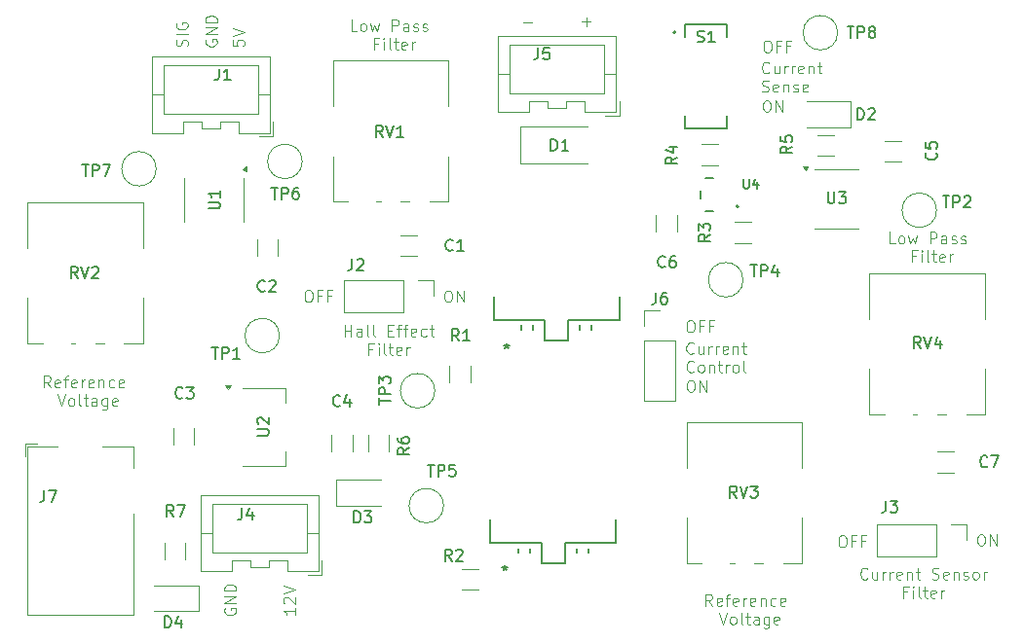
<source format=gbr>
%TF.GenerationSoftware,KiCad,Pcbnew,9.0.4*%
%TF.CreationDate,2025-10-06T02:07:33-06:00*%
%TF.ProjectId,Levitation_Analog_v1,4c657669-7461-4746-996f-6e5f416e616c,rev?*%
%TF.SameCoordinates,Original*%
%TF.FileFunction,Legend,Top*%
%TF.FilePolarity,Positive*%
%FSLAX46Y46*%
G04 Gerber Fmt 4.6, Leading zero omitted, Abs format (unit mm)*
G04 Created by KiCad (PCBNEW 9.0.4) date 2025-10-06 02:07:33*
%MOMM*%
%LPD*%
G01*
G04 APERTURE LIST*
%ADD10C,0.100000*%
%ADD11C,0.150000*%
%ADD12C,0.120000*%
%ADD13C,0.152400*%
%ADD14C,0.127000*%
%ADD15C,0.200000*%
G04 APERTURE END LIST*
D10*
X122272419Y-56359925D02*
X122272419Y-56836115D01*
X122272419Y-56836115D02*
X122748609Y-56883734D01*
X122748609Y-56883734D02*
X122700990Y-56836115D01*
X122700990Y-56836115D02*
X122653371Y-56740877D01*
X122653371Y-56740877D02*
X122653371Y-56502782D01*
X122653371Y-56502782D02*
X122700990Y-56407544D01*
X122700990Y-56407544D02*
X122748609Y-56359925D01*
X122748609Y-56359925D02*
X122843847Y-56312306D01*
X122843847Y-56312306D02*
X123081942Y-56312306D01*
X123081942Y-56312306D02*
X123177180Y-56359925D01*
X123177180Y-56359925D02*
X123224800Y-56407544D01*
X123224800Y-56407544D02*
X123272419Y-56502782D01*
X123272419Y-56502782D02*
X123272419Y-56740877D01*
X123272419Y-56740877D02*
X123224800Y-56836115D01*
X123224800Y-56836115D02*
X123177180Y-56883734D01*
X122272419Y-56026591D02*
X123272419Y-55693258D01*
X123272419Y-55693258D02*
X122272419Y-55359925D01*
X132000475Y-82142475D02*
X132000475Y-81142475D01*
X132000475Y-81618665D02*
X132571903Y-81618665D01*
X132571903Y-82142475D02*
X132571903Y-81142475D01*
X133476665Y-82142475D02*
X133476665Y-81618665D01*
X133476665Y-81618665D02*
X133429046Y-81523427D01*
X133429046Y-81523427D02*
X133333808Y-81475808D01*
X133333808Y-81475808D02*
X133143332Y-81475808D01*
X133143332Y-81475808D02*
X133048094Y-81523427D01*
X133476665Y-82094856D02*
X133381427Y-82142475D01*
X133381427Y-82142475D02*
X133143332Y-82142475D01*
X133143332Y-82142475D02*
X133048094Y-82094856D01*
X133048094Y-82094856D02*
X133000475Y-81999617D01*
X133000475Y-81999617D02*
X133000475Y-81904379D01*
X133000475Y-81904379D02*
X133048094Y-81809141D01*
X133048094Y-81809141D02*
X133143332Y-81761522D01*
X133143332Y-81761522D02*
X133381427Y-81761522D01*
X133381427Y-81761522D02*
X133476665Y-81713903D01*
X134095713Y-82142475D02*
X134000475Y-82094856D01*
X134000475Y-82094856D02*
X133952856Y-81999617D01*
X133952856Y-81999617D02*
X133952856Y-81142475D01*
X134619523Y-82142475D02*
X134524285Y-82094856D01*
X134524285Y-82094856D02*
X134476666Y-81999617D01*
X134476666Y-81999617D02*
X134476666Y-81142475D01*
X135762381Y-81618665D02*
X136095714Y-81618665D01*
X136238571Y-82142475D02*
X135762381Y-82142475D01*
X135762381Y-82142475D02*
X135762381Y-81142475D01*
X135762381Y-81142475D02*
X136238571Y-81142475D01*
X136524286Y-81475808D02*
X136905238Y-81475808D01*
X136667143Y-82142475D02*
X136667143Y-81285332D01*
X136667143Y-81285332D02*
X136714762Y-81190094D01*
X136714762Y-81190094D02*
X136810000Y-81142475D01*
X136810000Y-81142475D02*
X136905238Y-81142475D01*
X137095715Y-81475808D02*
X137476667Y-81475808D01*
X137238572Y-82142475D02*
X137238572Y-81285332D01*
X137238572Y-81285332D02*
X137286191Y-81190094D01*
X137286191Y-81190094D02*
X137381429Y-81142475D01*
X137381429Y-81142475D02*
X137476667Y-81142475D01*
X138190953Y-82094856D02*
X138095715Y-82142475D01*
X138095715Y-82142475D02*
X137905239Y-82142475D01*
X137905239Y-82142475D02*
X137810001Y-82094856D01*
X137810001Y-82094856D02*
X137762382Y-81999617D01*
X137762382Y-81999617D02*
X137762382Y-81618665D01*
X137762382Y-81618665D02*
X137810001Y-81523427D01*
X137810001Y-81523427D02*
X137905239Y-81475808D01*
X137905239Y-81475808D02*
X138095715Y-81475808D01*
X138095715Y-81475808D02*
X138190953Y-81523427D01*
X138190953Y-81523427D02*
X138238572Y-81618665D01*
X138238572Y-81618665D02*
X138238572Y-81713903D01*
X138238572Y-81713903D02*
X137762382Y-81809141D01*
X139095715Y-82094856D02*
X139000477Y-82142475D01*
X139000477Y-82142475D02*
X138810001Y-82142475D01*
X138810001Y-82142475D02*
X138714763Y-82094856D01*
X138714763Y-82094856D02*
X138667144Y-82047236D01*
X138667144Y-82047236D02*
X138619525Y-81951998D01*
X138619525Y-81951998D02*
X138619525Y-81666284D01*
X138619525Y-81666284D02*
X138667144Y-81571046D01*
X138667144Y-81571046D02*
X138714763Y-81523427D01*
X138714763Y-81523427D02*
X138810001Y-81475808D01*
X138810001Y-81475808D02*
X139000477Y-81475808D01*
X139000477Y-81475808D02*
X139095715Y-81523427D01*
X139381430Y-81475808D02*
X139762382Y-81475808D01*
X139524287Y-81142475D02*
X139524287Y-81999617D01*
X139524287Y-81999617D02*
X139571906Y-82094856D01*
X139571906Y-82094856D02*
X139667144Y-82142475D01*
X139667144Y-82142475D02*
X139762382Y-82142475D01*
X134429047Y-83228609D02*
X134095714Y-83228609D01*
X134095714Y-83752419D02*
X134095714Y-82752419D01*
X134095714Y-82752419D02*
X134571904Y-82752419D01*
X134952857Y-83752419D02*
X134952857Y-83085752D01*
X134952857Y-82752419D02*
X134905238Y-82800038D01*
X134905238Y-82800038D02*
X134952857Y-82847657D01*
X134952857Y-82847657D02*
X135000476Y-82800038D01*
X135000476Y-82800038D02*
X134952857Y-82752419D01*
X134952857Y-82752419D02*
X134952857Y-82847657D01*
X135571904Y-83752419D02*
X135476666Y-83704800D01*
X135476666Y-83704800D02*
X135429047Y-83609561D01*
X135429047Y-83609561D02*
X135429047Y-82752419D01*
X135810000Y-83085752D02*
X136190952Y-83085752D01*
X135952857Y-82752419D02*
X135952857Y-83609561D01*
X135952857Y-83609561D02*
X136000476Y-83704800D01*
X136000476Y-83704800D02*
X136095714Y-83752419D01*
X136095714Y-83752419D02*
X136190952Y-83752419D01*
X136905238Y-83704800D02*
X136810000Y-83752419D01*
X136810000Y-83752419D02*
X136619524Y-83752419D01*
X136619524Y-83752419D02*
X136524286Y-83704800D01*
X136524286Y-83704800D02*
X136476667Y-83609561D01*
X136476667Y-83609561D02*
X136476667Y-83228609D01*
X136476667Y-83228609D02*
X136524286Y-83133371D01*
X136524286Y-83133371D02*
X136619524Y-83085752D01*
X136619524Y-83085752D02*
X136810000Y-83085752D01*
X136810000Y-83085752D02*
X136905238Y-83133371D01*
X136905238Y-83133371D02*
X136952857Y-83228609D01*
X136952857Y-83228609D02*
X136952857Y-83323847D01*
X136952857Y-83323847D02*
X136476667Y-83419085D01*
X137381429Y-83752419D02*
X137381429Y-83085752D01*
X137381429Y-83276228D02*
X137429048Y-83180990D01*
X137429048Y-83180990D02*
X137476667Y-83133371D01*
X137476667Y-83133371D02*
X137571905Y-83085752D01*
X137571905Y-83085752D02*
X137667143Y-83085752D01*
X106448094Y-86582475D02*
X106114761Y-86106284D01*
X105876666Y-86582475D02*
X105876666Y-85582475D01*
X105876666Y-85582475D02*
X106257618Y-85582475D01*
X106257618Y-85582475D02*
X106352856Y-85630094D01*
X106352856Y-85630094D02*
X106400475Y-85677713D01*
X106400475Y-85677713D02*
X106448094Y-85772951D01*
X106448094Y-85772951D02*
X106448094Y-85915808D01*
X106448094Y-85915808D02*
X106400475Y-86011046D01*
X106400475Y-86011046D02*
X106352856Y-86058665D01*
X106352856Y-86058665D02*
X106257618Y-86106284D01*
X106257618Y-86106284D02*
X105876666Y-86106284D01*
X107257618Y-86534856D02*
X107162380Y-86582475D01*
X107162380Y-86582475D02*
X106971904Y-86582475D01*
X106971904Y-86582475D02*
X106876666Y-86534856D01*
X106876666Y-86534856D02*
X106829047Y-86439617D01*
X106829047Y-86439617D02*
X106829047Y-86058665D01*
X106829047Y-86058665D02*
X106876666Y-85963427D01*
X106876666Y-85963427D02*
X106971904Y-85915808D01*
X106971904Y-85915808D02*
X107162380Y-85915808D01*
X107162380Y-85915808D02*
X107257618Y-85963427D01*
X107257618Y-85963427D02*
X107305237Y-86058665D01*
X107305237Y-86058665D02*
X107305237Y-86153903D01*
X107305237Y-86153903D02*
X106829047Y-86249141D01*
X107590952Y-85915808D02*
X107971904Y-85915808D01*
X107733809Y-86582475D02*
X107733809Y-85725332D01*
X107733809Y-85725332D02*
X107781428Y-85630094D01*
X107781428Y-85630094D02*
X107876666Y-85582475D01*
X107876666Y-85582475D02*
X107971904Y-85582475D01*
X108686190Y-86534856D02*
X108590952Y-86582475D01*
X108590952Y-86582475D02*
X108400476Y-86582475D01*
X108400476Y-86582475D02*
X108305238Y-86534856D01*
X108305238Y-86534856D02*
X108257619Y-86439617D01*
X108257619Y-86439617D02*
X108257619Y-86058665D01*
X108257619Y-86058665D02*
X108305238Y-85963427D01*
X108305238Y-85963427D02*
X108400476Y-85915808D01*
X108400476Y-85915808D02*
X108590952Y-85915808D01*
X108590952Y-85915808D02*
X108686190Y-85963427D01*
X108686190Y-85963427D02*
X108733809Y-86058665D01*
X108733809Y-86058665D02*
X108733809Y-86153903D01*
X108733809Y-86153903D02*
X108257619Y-86249141D01*
X109162381Y-86582475D02*
X109162381Y-85915808D01*
X109162381Y-86106284D02*
X109210000Y-86011046D01*
X109210000Y-86011046D02*
X109257619Y-85963427D01*
X109257619Y-85963427D02*
X109352857Y-85915808D01*
X109352857Y-85915808D02*
X109448095Y-85915808D01*
X110162381Y-86534856D02*
X110067143Y-86582475D01*
X110067143Y-86582475D02*
X109876667Y-86582475D01*
X109876667Y-86582475D02*
X109781429Y-86534856D01*
X109781429Y-86534856D02*
X109733810Y-86439617D01*
X109733810Y-86439617D02*
X109733810Y-86058665D01*
X109733810Y-86058665D02*
X109781429Y-85963427D01*
X109781429Y-85963427D02*
X109876667Y-85915808D01*
X109876667Y-85915808D02*
X110067143Y-85915808D01*
X110067143Y-85915808D02*
X110162381Y-85963427D01*
X110162381Y-85963427D02*
X110210000Y-86058665D01*
X110210000Y-86058665D02*
X110210000Y-86153903D01*
X110210000Y-86153903D02*
X109733810Y-86249141D01*
X110638572Y-85915808D02*
X110638572Y-86582475D01*
X110638572Y-86011046D02*
X110686191Y-85963427D01*
X110686191Y-85963427D02*
X110781429Y-85915808D01*
X110781429Y-85915808D02*
X110924286Y-85915808D01*
X110924286Y-85915808D02*
X111019524Y-85963427D01*
X111019524Y-85963427D02*
X111067143Y-86058665D01*
X111067143Y-86058665D02*
X111067143Y-86582475D01*
X111971905Y-86534856D02*
X111876667Y-86582475D01*
X111876667Y-86582475D02*
X111686191Y-86582475D01*
X111686191Y-86582475D02*
X111590953Y-86534856D01*
X111590953Y-86534856D02*
X111543334Y-86487236D01*
X111543334Y-86487236D02*
X111495715Y-86391998D01*
X111495715Y-86391998D02*
X111495715Y-86106284D01*
X111495715Y-86106284D02*
X111543334Y-86011046D01*
X111543334Y-86011046D02*
X111590953Y-85963427D01*
X111590953Y-85963427D02*
X111686191Y-85915808D01*
X111686191Y-85915808D02*
X111876667Y-85915808D01*
X111876667Y-85915808D02*
X111971905Y-85963427D01*
X112781429Y-86534856D02*
X112686191Y-86582475D01*
X112686191Y-86582475D02*
X112495715Y-86582475D01*
X112495715Y-86582475D02*
X112400477Y-86534856D01*
X112400477Y-86534856D02*
X112352858Y-86439617D01*
X112352858Y-86439617D02*
X112352858Y-86058665D01*
X112352858Y-86058665D02*
X112400477Y-85963427D01*
X112400477Y-85963427D02*
X112495715Y-85915808D01*
X112495715Y-85915808D02*
X112686191Y-85915808D01*
X112686191Y-85915808D02*
X112781429Y-85963427D01*
X112781429Y-85963427D02*
X112829048Y-86058665D01*
X112829048Y-86058665D02*
X112829048Y-86153903D01*
X112829048Y-86153903D02*
X112352858Y-86249141D01*
X107043333Y-87192419D02*
X107376666Y-88192419D01*
X107376666Y-88192419D02*
X107709999Y-87192419D01*
X108186190Y-88192419D02*
X108090952Y-88144800D01*
X108090952Y-88144800D02*
X108043333Y-88097180D01*
X108043333Y-88097180D02*
X107995714Y-88001942D01*
X107995714Y-88001942D02*
X107995714Y-87716228D01*
X107995714Y-87716228D02*
X108043333Y-87620990D01*
X108043333Y-87620990D02*
X108090952Y-87573371D01*
X108090952Y-87573371D02*
X108186190Y-87525752D01*
X108186190Y-87525752D02*
X108329047Y-87525752D01*
X108329047Y-87525752D02*
X108424285Y-87573371D01*
X108424285Y-87573371D02*
X108471904Y-87620990D01*
X108471904Y-87620990D02*
X108519523Y-87716228D01*
X108519523Y-87716228D02*
X108519523Y-88001942D01*
X108519523Y-88001942D02*
X108471904Y-88097180D01*
X108471904Y-88097180D02*
X108424285Y-88144800D01*
X108424285Y-88144800D02*
X108329047Y-88192419D01*
X108329047Y-88192419D02*
X108186190Y-88192419D01*
X109090952Y-88192419D02*
X108995714Y-88144800D01*
X108995714Y-88144800D02*
X108948095Y-88049561D01*
X108948095Y-88049561D02*
X108948095Y-87192419D01*
X109329048Y-87525752D02*
X109710000Y-87525752D01*
X109471905Y-87192419D02*
X109471905Y-88049561D01*
X109471905Y-88049561D02*
X109519524Y-88144800D01*
X109519524Y-88144800D02*
X109614762Y-88192419D01*
X109614762Y-88192419D02*
X109710000Y-88192419D01*
X110471905Y-88192419D02*
X110471905Y-87668609D01*
X110471905Y-87668609D02*
X110424286Y-87573371D01*
X110424286Y-87573371D02*
X110329048Y-87525752D01*
X110329048Y-87525752D02*
X110138572Y-87525752D01*
X110138572Y-87525752D02*
X110043334Y-87573371D01*
X110471905Y-88144800D02*
X110376667Y-88192419D01*
X110376667Y-88192419D02*
X110138572Y-88192419D01*
X110138572Y-88192419D02*
X110043334Y-88144800D01*
X110043334Y-88144800D02*
X109995715Y-88049561D01*
X109995715Y-88049561D02*
X109995715Y-87954323D01*
X109995715Y-87954323D02*
X110043334Y-87859085D01*
X110043334Y-87859085D02*
X110138572Y-87811466D01*
X110138572Y-87811466D02*
X110376667Y-87811466D01*
X110376667Y-87811466D02*
X110471905Y-87763847D01*
X111376667Y-87525752D02*
X111376667Y-88335276D01*
X111376667Y-88335276D02*
X111329048Y-88430514D01*
X111329048Y-88430514D02*
X111281429Y-88478133D01*
X111281429Y-88478133D02*
X111186191Y-88525752D01*
X111186191Y-88525752D02*
X111043334Y-88525752D01*
X111043334Y-88525752D02*
X110948096Y-88478133D01*
X111376667Y-88144800D02*
X111281429Y-88192419D01*
X111281429Y-88192419D02*
X111090953Y-88192419D01*
X111090953Y-88192419D02*
X110995715Y-88144800D01*
X110995715Y-88144800D02*
X110948096Y-88097180D01*
X110948096Y-88097180D02*
X110900477Y-88001942D01*
X110900477Y-88001942D02*
X110900477Y-87716228D01*
X110900477Y-87716228D02*
X110948096Y-87620990D01*
X110948096Y-87620990D02*
X110995715Y-87573371D01*
X110995715Y-87573371D02*
X111090953Y-87525752D01*
X111090953Y-87525752D02*
X111281429Y-87525752D01*
X111281429Y-87525752D02*
X111376667Y-87573371D01*
X112233810Y-88144800D02*
X112138572Y-88192419D01*
X112138572Y-88192419D02*
X111948096Y-88192419D01*
X111948096Y-88192419D02*
X111852858Y-88144800D01*
X111852858Y-88144800D02*
X111805239Y-88049561D01*
X111805239Y-88049561D02*
X111805239Y-87668609D01*
X111805239Y-87668609D02*
X111852858Y-87573371D01*
X111852858Y-87573371D02*
X111948096Y-87525752D01*
X111948096Y-87525752D02*
X112138572Y-87525752D01*
X112138572Y-87525752D02*
X112233810Y-87573371D01*
X112233810Y-87573371D02*
X112281429Y-87668609D01*
X112281429Y-87668609D02*
X112281429Y-87763847D01*
X112281429Y-87763847D02*
X111805239Y-87859085D01*
X121600038Y-105822306D02*
X121552419Y-105917544D01*
X121552419Y-105917544D02*
X121552419Y-106060401D01*
X121552419Y-106060401D02*
X121600038Y-106203258D01*
X121600038Y-106203258D02*
X121695276Y-106298496D01*
X121695276Y-106298496D02*
X121790514Y-106346115D01*
X121790514Y-106346115D02*
X121980990Y-106393734D01*
X121980990Y-106393734D02*
X122123847Y-106393734D01*
X122123847Y-106393734D02*
X122314323Y-106346115D01*
X122314323Y-106346115D02*
X122409561Y-106298496D01*
X122409561Y-106298496D02*
X122504800Y-106203258D01*
X122504800Y-106203258D02*
X122552419Y-106060401D01*
X122552419Y-106060401D02*
X122552419Y-105965163D01*
X122552419Y-105965163D02*
X122504800Y-105822306D01*
X122504800Y-105822306D02*
X122457180Y-105774687D01*
X122457180Y-105774687D02*
X122123847Y-105774687D01*
X122123847Y-105774687D02*
X122123847Y-105965163D01*
X122552419Y-105346115D02*
X121552419Y-105346115D01*
X121552419Y-105346115D02*
X122552419Y-104774687D01*
X122552419Y-104774687D02*
X121552419Y-104774687D01*
X122552419Y-104298496D02*
X121552419Y-104298496D01*
X121552419Y-104298496D02*
X121552419Y-104060401D01*
X121552419Y-104060401D02*
X121600038Y-103917544D01*
X121600038Y-103917544D02*
X121695276Y-103822306D01*
X121695276Y-103822306D02*
X121790514Y-103774687D01*
X121790514Y-103774687D02*
X121980990Y-103727068D01*
X121980990Y-103727068D02*
X122123847Y-103727068D01*
X122123847Y-103727068D02*
X122314323Y-103774687D01*
X122314323Y-103774687D02*
X122409561Y-103822306D01*
X122409561Y-103822306D02*
X122504800Y-103917544D01*
X122504800Y-103917544D02*
X122552419Y-104060401D01*
X122552419Y-104060401D02*
X122552419Y-104298496D01*
X179829523Y-74062475D02*
X179353333Y-74062475D01*
X179353333Y-74062475D02*
X179353333Y-73062475D01*
X180305714Y-74062475D02*
X180210476Y-74014856D01*
X180210476Y-74014856D02*
X180162857Y-73967236D01*
X180162857Y-73967236D02*
X180115238Y-73871998D01*
X180115238Y-73871998D02*
X180115238Y-73586284D01*
X180115238Y-73586284D02*
X180162857Y-73491046D01*
X180162857Y-73491046D02*
X180210476Y-73443427D01*
X180210476Y-73443427D02*
X180305714Y-73395808D01*
X180305714Y-73395808D02*
X180448571Y-73395808D01*
X180448571Y-73395808D02*
X180543809Y-73443427D01*
X180543809Y-73443427D02*
X180591428Y-73491046D01*
X180591428Y-73491046D02*
X180639047Y-73586284D01*
X180639047Y-73586284D02*
X180639047Y-73871998D01*
X180639047Y-73871998D02*
X180591428Y-73967236D01*
X180591428Y-73967236D02*
X180543809Y-74014856D01*
X180543809Y-74014856D02*
X180448571Y-74062475D01*
X180448571Y-74062475D02*
X180305714Y-74062475D01*
X180972381Y-73395808D02*
X181162857Y-74062475D01*
X181162857Y-74062475D02*
X181353333Y-73586284D01*
X181353333Y-73586284D02*
X181543809Y-74062475D01*
X181543809Y-74062475D02*
X181734285Y-73395808D01*
X182877143Y-74062475D02*
X182877143Y-73062475D01*
X182877143Y-73062475D02*
X183258095Y-73062475D01*
X183258095Y-73062475D02*
X183353333Y-73110094D01*
X183353333Y-73110094D02*
X183400952Y-73157713D01*
X183400952Y-73157713D02*
X183448571Y-73252951D01*
X183448571Y-73252951D02*
X183448571Y-73395808D01*
X183448571Y-73395808D02*
X183400952Y-73491046D01*
X183400952Y-73491046D02*
X183353333Y-73538665D01*
X183353333Y-73538665D02*
X183258095Y-73586284D01*
X183258095Y-73586284D02*
X182877143Y-73586284D01*
X184305714Y-74062475D02*
X184305714Y-73538665D01*
X184305714Y-73538665D02*
X184258095Y-73443427D01*
X184258095Y-73443427D02*
X184162857Y-73395808D01*
X184162857Y-73395808D02*
X183972381Y-73395808D01*
X183972381Y-73395808D02*
X183877143Y-73443427D01*
X184305714Y-74014856D02*
X184210476Y-74062475D01*
X184210476Y-74062475D02*
X183972381Y-74062475D01*
X183972381Y-74062475D02*
X183877143Y-74014856D01*
X183877143Y-74014856D02*
X183829524Y-73919617D01*
X183829524Y-73919617D02*
X183829524Y-73824379D01*
X183829524Y-73824379D02*
X183877143Y-73729141D01*
X183877143Y-73729141D02*
X183972381Y-73681522D01*
X183972381Y-73681522D02*
X184210476Y-73681522D01*
X184210476Y-73681522D02*
X184305714Y-73633903D01*
X184734286Y-74014856D02*
X184829524Y-74062475D01*
X184829524Y-74062475D02*
X185020000Y-74062475D01*
X185020000Y-74062475D02*
X185115238Y-74014856D01*
X185115238Y-74014856D02*
X185162857Y-73919617D01*
X185162857Y-73919617D02*
X185162857Y-73871998D01*
X185162857Y-73871998D02*
X185115238Y-73776760D01*
X185115238Y-73776760D02*
X185020000Y-73729141D01*
X185020000Y-73729141D02*
X184877143Y-73729141D01*
X184877143Y-73729141D02*
X184781905Y-73681522D01*
X184781905Y-73681522D02*
X184734286Y-73586284D01*
X184734286Y-73586284D02*
X184734286Y-73538665D01*
X184734286Y-73538665D02*
X184781905Y-73443427D01*
X184781905Y-73443427D02*
X184877143Y-73395808D01*
X184877143Y-73395808D02*
X185020000Y-73395808D01*
X185020000Y-73395808D02*
X185115238Y-73443427D01*
X185543810Y-74014856D02*
X185639048Y-74062475D01*
X185639048Y-74062475D02*
X185829524Y-74062475D01*
X185829524Y-74062475D02*
X185924762Y-74014856D01*
X185924762Y-74014856D02*
X185972381Y-73919617D01*
X185972381Y-73919617D02*
X185972381Y-73871998D01*
X185972381Y-73871998D02*
X185924762Y-73776760D01*
X185924762Y-73776760D02*
X185829524Y-73729141D01*
X185829524Y-73729141D02*
X185686667Y-73729141D01*
X185686667Y-73729141D02*
X185591429Y-73681522D01*
X185591429Y-73681522D02*
X185543810Y-73586284D01*
X185543810Y-73586284D02*
X185543810Y-73538665D01*
X185543810Y-73538665D02*
X185591429Y-73443427D01*
X185591429Y-73443427D02*
X185686667Y-73395808D01*
X185686667Y-73395808D02*
X185829524Y-73395808D01*
X185829524Y-73395808D02*
X185924762Y-73443427D01*
X181639047Y-75148609D02*
X181305714Y-75148609D01*
X181305714Y-75672419D02*
X181305714Y-74672419D01*
X181305714Y-74672419D02*
X181781904Y-74672419D01*
X182162857Y-75672419D02*
X182162857Y-75005752D01*
X182162857Y-74672419D02*
X182115238Y-74720038D01*
X182115238Y-74720038D02*
X182162857Y-74767657D01*
X182162857Y-74767657D02*
X182210476Y-74720038D01*
X182210476Y-74720038D02*
X182162857Y-74672419D01*
X182162857Y-74672419D02*
X182162857Y-74767657D01*
X182781904Y-75672419D02*
X182686666Y-75624800D01*
X182686666Y-75624800D02*
X182639047Y-75529561D01*
X182639047Y-75529561D02*
X182639047Y-74672419D01*
X183020000Y-75005752D02*
X183400952Y-75005752D01*
X183162857Y-74672419D02*
X183162857Y-75529561D01*
X183162857Y-75529561D02*
X183210476Y-75624800D01*
X183210476Y-75624800D02*
X183305714Y-75672419D01*
X183305714Y-75672419D02*
X183400952Y-75672419D01*
X184115238Y-75624800D02*
X184020000Y-75672419D01*
X184020000Y-75672419D02*
X183829524Y-75672419D01*
X183829524Y-75672419D02*
X183734286Y-75624800D01*
X183734286Y-75624800D02*
X183686667Y-75529561D01*
X183686667Y-75529561D02*
X183686667Y-75148609D01*
X183686667Y-75148609D02*
X183734286Y-75053371D01*
X183734286Y-75053371D02*
X183829524Y-75005752D01*
X183829524Y-75005752D02*
X184020000Y-75005752D01*
X184020000Y-75005752D02*
X184115238Y-75053371D01*
X184115238Y-75053371D02*
X184162857Y-75148609D01*
X184162857Y-75148609D02*
X184162857Y-75243847D01*
X184162857Y-75243847D02*
X183686667Y-75339085D01*
X184591429Y-75672419D02*
X184591429Y-75005752D01*
X184591429Y-75196228D02*
X184639048Y-75100990D01*
X184639048Y-75100990D02*
X184686667Y-75053371D01*
X184686667Y-75053371D02*
X184781905Y-75005752D01*
X184781905Y-75005752D02*
X184877143Y-75005752D01*
X161984360Y-85952419D02*
X162174836Y-85952419D01*
X162174836Y-85952419D02*
X162270074Y-86000038D01*
X162270074Y-86000038D02*
X162365312Y-86095276D01*
X162365312Y-86095276D02*
X162412931Y-86285752D01*
X162412931Y-86285752D02*
X162412931Y-86619085D01*
X162412931Y-86619085D02*
X162365312Y-86809561D01*
X162365312Y-86809561D02*
X162270074Y-86904800D01*
X162270074Y-86904800D02*
X162174836Y-86952419D01*
X162174836Y-86952419D02*
X161984360Y-86952419D01*
X161984360Y-86952419D02*
X161889122Y-86904800D01*
X161889122Y-86904800D02*
X161793884Y-86809561D01*
X161793884Y-86809561D02*
X161746265Y-86619085D01*
X161746265Y-86619085D02*
X161746265Y-86285752D01*
X161746265Y-86285752D02*
X161793884Y-86095276D01*
X161793884Y-86095276D02*
X161889122Y-86000038D01*
X161889122Y-86000038D02*
X161984360Y-85952419D01*
X162841503Y-86952419D02*
X162841503Y-85952419D01*
X162841503Y-85952419D02*
X163412931Y-86952419D01*
X163412931Y-86952419D02*
X163412931Y-85952419D01*
X168594360Y-61592419D02*
X168784836Y-61592419D01*
X168784836Y-61592419D02*
X168880074Y-61640038D01*
X168880074Y-61640038D02*
X168975312Y-61735276D01*
X168975312Y-61735276D02*
X169022931Y-61925752D01*
X169022931Y-61925752D02*
X169022931Y-62259085D01*
X169022931Y-62259085D02*
X168975312Y-62449561D01*
X168975312Y-62449561D02*
X168880074Y-62544800D01*
X168880074Y-62544800D02*
X168784836Y-62592419D01*
X168784836Y-62592419D02*
X168594360Y-62592419D01*
X168594360Y-62592419D02*
X168499122Y-62544800D01*
X168499122Y-62544800D02*
X168403884Y-62449561D01*
X168403884Y-62449561D02*
X168356265Y-62259085D01*
X168356265Y-62259085D02*
X168356265Y-61925752D01*
X168356265Y-61925752D02*
X168403884Y-61735276D01*
X168403884Y-61735276D02*
X168499122Y-61640038D01*
X168499122Y-61640038D02*
X168594360Y-61592419D01*
X169451503Y-62592419D02*
X169451503Y-61592419D01*
X169451503Y-61592419D02*
X170022931Y-62592419D01*
X170022931Y-62592419D02*
X170022931Y-61592419D01*
X161964360Y-80762419D02*
X162154836Y-80762419D01*
X162154836Y-80762419D02*
X162250074Y-80810038D01*
X162250074Y-80810038D02*
X162345312Y-80905276D01*
X162345312Y-80905276D02*
X162392931Y-81095752D01*
X162392931Y-81095752D02*
X162392931Y-81429085D01*
X162392931Y-81429085D02*
X162345312Y-81619561D01*
X162345312Y-81619561D02*
X162250074Y-81714800D01*
X162250074Y-81714800D02*
X162154836Y-81762419D01*
X162154836Y-81762419D02*
X161964360Y-81762419D01*
X161964360Y-81762419D02*
X161869122Y-81714800D01*
X161869122Y-81714800D02*
X161773884Y-81619561D01*
X161773884Y-81619561D02*
X161726265Y-81429085D01*
X161726265Y-81429085D02*
X161726265Y-81095752D01*
X161726265Y-81095752D02*
X161773884Y-80905276D01*
X161773884Y-80905276D02*
X161869122Y-80810038D01*
X161869122Y-80810038D02*
X161964360Y-80762419D01*
X163154836Y-81238609D02*
X162821503Y-81238609D01*
X162821503Y-81762419D02*
X162821503Y-80762419D01*
X162821503Y-80762419D02*
X163297693Y-80762419D01*
X164011979Y-81238609D02*
X163678646Y-81238609D01*
X163678646Y-81762419D02*
X163678646Y-80762419D01*
X163678646Y-80762419D02*
X164154836Y-80762419D01*
X128764360Y-78132419D02*
X128954836Y-78132419D01*
X128954836Y-78132419D02*
X129050074Y-78180038D01*
X129050074Y-78180038D02*
X129145312Y-78275276D01*
X129145312Y-78275276D02*
X129192931Y-78465752D01*
X129192931Y-78465752D02*
X129192931Y-78799085D01*
X129192931Y-78799085D02*
X129145312Y-78989561D01*
X129145312Y-78989561D02*
X129050074Y-79084800D01*
X129050074Y-79084800D02*
X128954836Y-79132419D01*
X128954836Y-79132419D02*
X128764360Y-79132419D01*
X128764360Y-79132419D02*
X128669122Y-79084800D01*
X128669122Y-79084800D02*
X128573884Y-78989561D01*
X128573884Y-78989561D02*
X128526265Y-78799085D01*
X128526265Y-78799085D02*
X128526265Y-78465752D01*
X128526265Y-78465752D02*
X128573884Y-78275276D01*
X128573884Y-78275276D02*
X128669122Y-78180038D01*
X128669122Y-78180038D02*
X128764360Y-78132419D01*
X129954836Y-78608609D02*
X129621503Y-78608609D01*
X129621503Y-79132419D02*
X129621503Y-78132419D01*
X129621503Y-78132419D02*
X130097693Y-78132419D01*
X130811979Y-78608609D02*
X130478646Y-78608609D01*
X130478646Y-79132419D02*
X130478646Y-78132419D01*
X130478646Y-78132419D02*
X130954836Y-78132419D01*
X177436665Y-103197236D02*
X177389046Y-103244856D01*
X177389046Y-103244856D02*
X177246189Y-103292475D01*
X177246189Y-103292475D02*
X177150951Y-103292475D01*
X177150951Y-103292475D02*
X177008094Y-103244856D01*
X177008094Y-103244856D02*
X176912856Y-103149617D01*
X176912856Y-103149617D02*
X176865237Y-103054379D01*
X176865237Y-103054379D02*
X176817618Y-102863903D01*
X176817618Y-102863903D02*
X176817618Y-102721046D01*
X176817618Y-102721046D02*
X176865237Y-102530570D01*
X176865237Y-102530570D02*
X176912856Y-102435332D01*
X176912856Y-102435332D02*
X177008094Y-102340094D01*
X177008094Y-102340094D02*
X177150951Y-102292475D01*
X177150951Y-102292475D02*
X177246189Y-102292475D01*
X177246189Y-102292475D02*
X177389046Y-102340094D01*
X177389046Y-102340094D02*
X177436665Y-102387713D01*
X178293808Y-102625808D02*
X178293808Y-103292475D01*
X177865237Y-102625808D02*
X177865237Y-103149617D01*
X177865237Y-103149617D02*
X177912856Y-103244856D01*
X177912856Y-103244856D02*
X178008094Y-103292475D01*
X178008094Y-103292475D02*
X178150951Y-103292475D01*
X178150951Y-103292475D02*
X178246189Y-103244856D01*
X178246189Y-103244856D02*
X178293808Y-103197236D01*
X178769999Y-103292475D02*
X178769999Y-102625808D01*
X178769999Y-102816284D02*
X178817618Y-102721046D01*
X178817618Y-102721046D02*
X178865237Y-102673427D01*
X178865237Y-102673427D02*
X178960475Y-102625808D01*
X178960475Y-102625808D02*
X179055713Y-102625808D01*
X179389047Y-103292475D02*
X179389047Y-102625808D01*
X179389047Y-102816284D02*
X179436666Y-102721046D01*
X179436666Y-102721046D02*
X179484285Y-102673427D01*
X179484285Y-102673427D02*
X179579523Y-102625808D01*
X179579523Y-102625808D02*
X179674761Y-102625808D01*
X180389047Y-103244856D02*
X180293809Y-103292475D01*
X180293809Y-103292475D02*
X180103333Y-103292475D01*
X180103333Y-103292475D02*
X180008095Y-103244856D01*
X180008095Y-103244856D02*
X179960476Y-103149617D01*
X179960476Y-103149617D02*
X179960476Y-102768665D01*
X179960476Y-102768665D02*
X180008095Y-102673427D01*
X180008095Y-102673427D02*
X180103333Y-102625808D01*
X180103333Y-102625808D02*
X180293809Y-102625808D01*
X180293809Y-102625808D02*
X180389047Y-102673427D01*
X180389047Y-102673427D02*
X180436666Y-102768665D01*
X180436666Y-102768665D02*
X180436666Y-102863903D01*
X180436666Y-102863903D02*
X179960476Y-102959141D01*
X180865238Y-102625808D02*
X180865238Y-103292475D01*
X180865238Y-102721046D02*
X180912857Y-102673427D01*
X180912857Y-102673427D02*
X181008095Y-102625808D01*
X181008095Y-102625808D02*
X181150952Y-102625808D01*
X181150952Y-102625808D02*
X181246190Y-102673427D01*
X181246190Y-102673427D02*
X181293809Y-102768665D01*
X181293809Y-102768665D02*
X181293809Y-103292475D01*
X181627143Y-102625808D02*
X182008095Y-102625808D01*
X181770000Y-102292475D02*
X181770000Y-103149617D01*
X181770000Y-103149617D02*
X181817619Y-103244856D01*
X181817619Y-103244856D02*
X181912857Y-103292475D01*
X181912857Y-103292475D02*
X182008095Y-103292475D01*
X183055715Y-103244856D02*
X183198572Y-103292475D01*
X183198572Y-103292475D02*
X183436667Y-103292475D01*
X183436667Y-103292475D02*
X183531905Y-103244856D01*
X183531905Y-103244856D02*
X183579524Y-103197236D01*
X183579524Y-103197236D02*
X183627143Y-103101998D01*
X183627143Y-103101998D02*
X183627143Y-103006760D01*
X183627143Y-103006760D02*
X183579524Y-102911522D01*
X183579524Y-102911522D02*
X183531905Y-102863903D01*
X183531905Y-102863903D02*
X183436667Y-102816284D01*
X183436667Y-102816284D02*
X183246191Y-102768665D01*
X183246191Y-102768665D02*
X183150953Y-102721046D01*
X183150953Y-102721046D02*
X183103334Y-102673427D01*
X183103334Y-102673427D02*
X183055715Y-102578189D01*
X183055715Y-102578189D02*
X183055715Y-102482951D01*
X183055715Y-102482951D02*
X183103334Y-102387713D01*
X183103334Y-102387713D02*
X183150953Y-102340094D01*
X183150953Y-102340094D02*
X183246191Y-102292475D01*
X183246191Y-102292475D02*
X183484286Y-102292475D01*
X183484286Y-102292475D02*
X183627143Y-102340094D01*
X184436667Y-103244856D02*
X184341429Y-103292475D01*
X184341429Y-103292475D02*
X184150953Y-103292475D01*
X184150953Y-103292475D02*
X184055715Y-103244856D01*
X184055715Y-103244856D02*
X184008096Y-103149617D01*
X184008096Y-103149617D02*
X184008096Y-102768665D01*
X184008096Y-102768665D02*
X184055715Y-102673427D01*
X184055715Y-102673427D02*
X184150953Y-102625808D01*
X184150953Y-102625808D02*
X184341429Y-102625808D01*
X184341429Y-102625808D02*
X184436667Y-102673427D01*
X184436667Y-102673427D02*
X184484286Y-102768665D01*
X184484286Y-102768665D02*
X184484286Y-102863903D01*
X184484286Y-102863903D02*
X184008096Y-102959141D01*
X184912858Y-102625808D02*
X184912858Y-103292475D01*
X184912858Y-102721046D02*
X184960477Y-102673427D01*
X184960477Y-102673427D02*
X185055715Y-102625808D01*
X185055715Y-102625808D02*
X185198572Y-102625808D01*
X185198572Y-102625808D02*
X185293810Y-102673427D01*
X185293810Y-102673427D02*
X185341429Y-102768665D01*
X185341429Y-102768665D02*
X185341429Y-103292475D01*
X185770001Y-103244856D02*
X185865239Y-103292475D01*
X185865239Y-103292475D02*
X186055715Y-103292475D01*
X186055715Y-103292475D02*
X186150953Y-103244856D01*
X186150953Y-103244856D02*
X186198572Y-103149617D01*
X186198572Y-103149617D02*
X186198572Y-103101998D01*
X186198572Y-103101998D02*
X186150953Y-103006760D01*
X186150953Y-103006760D02*
X186055715Y-102959141D01*
X186055715Y-102959141D02*
X185912858Y-102959141D01*
X185912858Y-102959141D02*
X185817620Y-102911522D01*
X185817620Y-102911522D02*
X185770001Y-102816284D01*
X185770001Y-102816284D02*
X185770001Y-102768665D01*
X185770001Y-102768665D02*
X185817620Y-102673427D01*
X185817620Y-102673427D02*
X185912858Y-102625808D01*
X185912858Y-102625808D02*
X186055715Y-102625808D01*
X186055715Y-102625808D02*
X186150953Y-102673427D01*
X186770001Y-103292475D02*
X186674763Y-103244856D01*
X186674763Y-103244856D02*
X186627144Y-103197236D01*
X186627144Y-103197236D02*
X186579525Y-103101998D01*
X186579525Y-103101998D02*
X186579525Y-102816284D01*
X186579525Y-102816284D02*
X186627144Y-102721046D01*
X186627144Y-102721046D02*
X186674763Y-102673427D01*
X186674763Y-102673427D02*
X186770001Y-102625808D01*
X186770001Y-102625808D02*
X186912858Y-102625808D01*
X186912858Y-102625808D02*
X187008096Y-102673427D01*
X187008096Y-102673427D02*
X187055715Y-102721046D01*
X187055715Y-102721046D02*
X187103334Y-102816284D01*
X187103334Y-102816284D02*
X187103334Y-103101998D01*
X187103334Y-103101998D02*
X187055715Y-103197236D01*
X187055715Y-103197236D02*
X187008096Y-103244856D01*
X187008096Y-103244856D02*
X186912858Y-103292475D01*
X186912858Y-103292475D02*
X186770001Y-103292475D01*
X187531906Y-103292475D02*
X187531906Y-102625808D01*
X187531906Y-102816284D02*
X187579525Y-102721046D01*
X187579525Y-102721046D02*
X187627144Y-102673427D01*
X187627144Y-102673427D02*
X187722382Y-102625808D01*
X187722382Y-102625808D02*
X187817620Y-102625808D01*
X180889047Y-104378609D02*
X180555714Y-104378609D01*
X180555714Y-104902419D02*
X180555714Y-103902419D01*
X180555714Y-103902419D02*
X181031904Y-103902419D01*
X181412857Y-104902419D02*
X181412857Y-104235752D01*
X181412857Y-103902419D02*
X181365238Y-103950038D01*
X181365238Y-103950038D02*
X181412857Y-103997657D01*
X181412857Y-103997657D02*
X181460476Y-103950038D01*
X181460476Y-103950038D02*
X181412857Y-103902419D01*
X181412857Y-103902419D02*
X181412857Y-103997657D01*
X182031904Y-104902419D02*
X181936666Y-104854800D01*
X181936666Y-104854800D02*
X181889047Y-104759561D01*
X181889047Y-104759561D02*
X181889047Y-103902419D01*
X182270000Y-104235752D02*
X182650952Y-104235752D01*
X182412857Y-103902419D02*
X182412857Y-104759561D01*
X182412857Y-104759561D02*
X182460476Y-104854800D01*
X182460476Y-104854800D02*
X182555714Y-104902419D01*
X182555714Y-104902419D02*
X182650952Y-104902419D01*
X183365238Y-104854800D02*
X183270000Y-104902419D01*
X183270000Y-104902419D02*
X183079524Y-104902419D01*
X183079524Y-104902419D02*
X182984286Y-104854800D01*
X182984286Y-104854800D02*
X182936667Y-104759561D01*
X182936667Y-104759561D02*
X182936667Y-104378609D01*
X182936667Y-104378609D02*
X182984286Y-104283371D01*
X182984286Y-104283371D02*
X183079524Y-104235752D01*
X183079524Y-104235752D02*
X183270000Y-104235752D01*
X183270000Y-104235752D02*
X183365238Y-104283371D01*
X183365238Y-104283371D02*
X183412857Y-104378609D01*
X183412857Y-104378609D02*
X183412857Y-104473847D01*
X183412857Y-104473847D02*
X182936667Y-104569085D01*
X183841429Y-104902419D02*
X183841429Y-104235752D01*
X183841429Y-104426228D02*
X183889048Y-104330990D01*
X183889048Y-104330990D02*
X183936667Y-104283371D01*
X183936667Y-104283371D02*
X184031905Y-104235752D01*
X184031905Y-104235752D02*
X184127143Y-104235752D01*
X168895312Y-59167236D02*
X168847693Y-59214856D01*
X168847693Y-59214856D02*
X168704836Y-59262475D01*
X168704836Y-59262475D02*
X168609598Y-59262475D01*
X168609598Y-59262475D02*
X168466741Y-59214856D01*
X168466741Y-59214856D02*
X168371503Y-59119617D01*
X168371503Y-59119617D02*
X168323884Y-59024379D01*
X168323884Y-59024379D02*
X168276265Y-58833903D01*
X168276265Y-58833903D02*
X168276265Y-58691046D01*
X168276265Y-58691046D02*
X168323884Y-58500570D01*
X168323884Y-58500570D02*
X168371503Y-58405332D01*
X168371503Y-58405332D02*
X168466741Y-58310094D01*
X168466741Y-58310094D02*
X168609598Y-58262475D01*
X168609598Y-58262475D02*
X168704836Y-58262475D01*
X168704836Y-58262475D02*
X168847693Y-58310094D01*
X168847693Y-58310094D02*
X168895312Y-58357713D01*
X169752455Y-58595808D02*
X169752455Y-59262475D01*
X169323884Y-58595808D02*
X169323884Y-59119617D01*
X169323884Y-59119617D02*
X169371503Y-59214856D01*
X169371503Y-59214856D02*
X169466741Y-59262475D01*
X169466741Y-59262475D02*
X169609598Y-59262475D01*
X169609598Y-59262475D02*
X169704836Y-59214856D01*
X169704836Y-59214856D02*
X169752455Y-59167236D01*
X170228646Y-59262475D02*
X170228646Y-58595808D01*
X170228646Y-58786284D02*
X170276265Y-58691046D01*
X170276265Y-58691046D02*
X170323884Y-58643427D01*
X170323884Y-58643427D02*
X170419122Y-58595808D01*
X170419122Y-58595808D02*
X170514360Y-58595808D01*
X170847694Y-59262475D02*
X170847694Y-58595808D01*
X170847694Y-58786284D02*
X170895313Y-58691046D01*
X170895313Y-58691046D02*
X170942932Y-58643427D01*
X170942932Y-58643427D02*
X171038170Y-58595808D01*
X171038170Y-58595808D02*
X171133408Y-58595808D01*
X171847694Y-59214856D02*
X171752456Y-59262475D01*
X171752456Y-59262475D02*
X171561980Y-59262475D01*
X171561980Y-59262475D02*
X171466742Y-59214856D01*
X171466742Y-59214856D02*
X171419123Y-59119617D01*
X171419123Y-59119617D02*
X171419123Y-58738665D01*
X171419123Y-58738665D02*
X171466742Y-58643427D01*
X171466742Y-58643427D02*
X171561980Y-58595808D01*
X171561980Y-58595808D02*
X171752456Y-58595808D01*
X171752456Y-58595808D02*
X171847694Y-58643427D01*
X171847694Y-58643427D02*
X171895313Y-58738665D01*
X171895313Y-58738665D02*
X171895313Y-58833903D01*
X171895313Y-58833903D02*
X171419123Y-58929141D01*
X172323885Y-58595808D02*
X172323885Y-59262475D01*
X172323885Y-58691046D02*
X172371504Y-58643427D01*
X172371504Y-58643427D02*
X172466742Y-58595808D01*
X172466742Y-58595808D02*
X172609599Y-58595808D01*
X172609599Y-58595808D02*
X172704837Y-58643427D01*
X172704837Y-58643427D02*
X172752456Y-58738665D01*
X172752456Y-58738665D02*
X172752456Y-59262475D01*
X173085790Y-58595808D02*
X173466742Y-58595808D01*
X173228647Y-58262475D02*
X173228647Y-59119617D01*
X173228647Y-59119617D02*
X173276266Y-59214856D01*
X173276266Y-59214856D02*
X173371504Y-59262475D01*
X173371504Y-59262475D02*
X173466742Y-59262475D01*
X168276265Y-60824800D02*
X168419122Y-60872419D01*
X168419122Y-60872419D02*
X168657217Y-60872419D01*
X168657217Y-60872419D02*
X168752455Y-60824800D01*
X168752455Y-60824800D02*
X168800074Y-60777180D01*
X168800074Y-60777180D02*
X168847693Y-60681942D01*
X168847693Y-60681942D02*
X168847693Y-60586704D01*
X168847693Y-60586704D02*
X168800074Y-60491466D01*
X168800074Y-60491466D02*
X168752455Y-60443847D01*
X168752455Y-60443847D02*
X168657217Y-60396228D01*
X168657217Y-60396228D02*
X168466741Y-60348609D01*
X168466741Y-60348609D02*
X168371503Y-60300990D01*
X168371503Y-60300990D02*
X168323884Y-60253371D01*
X168323884Y-60253371D02*
X168276265Y-60158133D01*
X168276265Y-60158133D02*
X168276265Y-60062895D01*
X168276265Y-60062895D02*
X168323884Y-59967657D01*
X168323884Y-59967657D02*
X168371503Y-59920038D01*
X168371503Y-59920038D02*
X168466741Y-59872419D01*
X168466741Y-59872419D02*
X168704836Y-59872419D01*
X168704836Y-59872419D02*
X168847693Y-59920038D01*
X169657217Y-60824800D02*
X169561979Y-60872419D01*
X169561979Y-60872419D02*
X169371503Y-60872419D01*
X169371503Y-60872419D02*
X169276265Y-60824800D01*
X169276265Y-60824800D02*
X169228646Y-60729561D01*
X169228646Y-60729561D02*
X169228646Y-60348609D01*
X169228646Y-60348609D02*
X169276265Y-60253371D01*
X169276265Y-60253371D02*
X169371503Y-60205752D01*
X169371503Y-60205752D02*
X169561979Y-60205752D01*
X169561979Y-60205752D02*
X169657217Y-60253371D01*
X169657217Y-60253371D02*
X169704836Y-60348609D01*
X169704836Y-60348609D02*
X169704836Y-60443847D01*
X169704836Y-60443847D02*
X169228646Y-60539085D01*
X170133408Y-60205752D02*
X170133408Y-60872419D01*
X170133408Y-60300990D02*
X170181027Y-60253371D01*
X170181027Y-60253371D02*
X170276265Y-60205752D01*
X170276265Y-60205752D02*
X170419122Y-60205752D01*
X170419122Y-60205752D02*
X170514360Y-60253371D01*
X170514360Y-60253371D02*
X170561979Y-60348609D01*
X170561979Y-60348609D02*
X170561979Y-60872419D01*
X170990551Y-60824800D02*
X171085789Y-60872419D01*
X171085789Y-60872419D02*
X171276265Y-60872419D01*
X171276265Y-60872419D02*
X171371503Y-60824800D01*
X171371503Y-60824800D02*
X171419122Y-60729561D01*
X171419122Y-60729561D02*
X171419122Y-60681942D01*
X171419122Y-60681942D02*
X171371503Y-60586704D01*
X171371503Y-60586704D02*
X171276265Y-60539085D01*
X171276265Y-60539085D02*
X171133408Y-60539085D01*
X171133408Y-60539085D02*
X171038170Y-60491466D01*
X171038170Y-60491466D02*
X170990551Y-60396228D01*
X170990551Y-60396228D02*
X170990551Y-60348609D01*
X170990551Y-60348609D02*
X171038170Y-60253371D01*
X171038170Y-60253371D02*
X171133408Y-60205752D01*
X171133408Y-60205752D02*
X171276265Y-60205752D01*
X171276265Y-60205752D02*
X171371503Y-60253371D01*
X172228646Y-60824800D02*
X172133408Y-60872419D01*
X172133408Y-60872419D02*
X171942932Y-60872419D01*
X171942932Y-60872419D02*
X171847694Y-60824800D01*
X171847694Y-60824800D02*
X171800075Y-60729561D01*
X171800075Y-60729561D02*
X171800075Y-60348609D01*
X171800075Y-60348609D02*
X171847694Y-60253371D01*
X171847694Y-60253371D02*
X171942932Y-60205752D01*
X171942932Y-60205752D02*
X172133408Y-60205752D01*
X172133408Y-60205752D02*
X172228646Y-60253371D01*
X172228646Y-60253371D02*
X172276265Y-60348609D01*
X172276265Y-60348609D02*
X172276265Y-60443847D01*
X172276265Y-60443847D02*
X171800075Y-60539085D01*
X153001466Y-55156115D02*
X153001466Y-54394211D01*
X153382419Y-54775163D02*
X152620514Y-54775163D01*
X133069523Y-55582475D02*
X132593333Y-55582475D01*
X132593333Y-55582475D02*
X132593333Y-54582475D01*
X133545714Y-55582475D02*
X133450476Y-55534856D01*
X133450476Y-55534856D02*
X133402857Y-55487236D01*
X133402857Y-55487236D02*
X133355238Y-55391998D01*
X133355238Y-55391998D02*
X133355238Y-55106284D01*
X133355238Y-55106284D02*
X133402857Y-55011046D01*
X133402857Y-55011046D02*
X133450476Y-54963427D01*
X133450476Y-54963427D02*
X133545714Y-54915808D01*
X133545714Y-54915808D02*
X133688571Y-54915808D01*
X133688571Y-54915808D02*
X133783809Y-54963427D01*
X133783809Y-54963427D02*
X133831428Y-55011046D01*
X133831428Y-55011046D02*
X133879047Y-55106284D01*
X133879047Y-55106284D02*
X133879047Y-55391998D01*
X133879047Y-55391998D02*
X133831428Y-55487236D01*
X133831428Y-55487236D02*
X133783809Y-55534856D01*
X133783809Y-55534856D02*
X133688571Y-55582475D01*
X133688571Y-55582475D02*
X133545714Y-55582475D01*
X134212381Y-54915808D02*
X134402857Y-55582475D01*
X134402857Y-55582475D02*
X134593333Y-55106284D01*
X134593333Y-55106284D02*
X134783809Y-55582475D01*
X134783809Y-55582475D02*
X134974285Y-54915808D01*
X136117143Y-55582475D02*
X136117143Y-54582475D01*
X136117143Y-54582475D02*
X136498095Y-54582475D01*
X136498095Y-54582475D02*
X136593333Y-54630094D01*
X136593333Y-54630094D02*
X136640952Y-54677713D01*
X136640952Y-54677713D02*
X136688571Y-54772951D01*
X136688571Y-54772951D02*
X136688571Y-54915808D01*
X136688571Y-54915808D02*
X136640952Y-55011046D01*
X136640952Y-55011046D02*
X136593333Y-55058665D01*
X136593333Y-55058665D02*
X136498095Y-55106284D01*
X136498095Y-55106284D02*
X136117143Y-55106284D01*
X137545714Y-55582475D02*
X137545714Y-55058665D01*
X137545714Y-55058665D02*
X137498095Y-54963427D01*
X137498095Y-54963427D02*
X137402857Y-54915808D01*
X137402857Y-54915808D02*
X137212381Y-54915808D01*
X137212381Y-54915808D02*
X137117143Y-54963427D01*
X137545714Y-55534856D02*
X137450476Y-55582475D01*
X137450476Y-55582475D02*
X137212381Y-55582475D01*
X137212381Y-55582475D02*
X137117143Y-55534856D01*
X137117143Y-55534856D02*
X137069524Y-55439617D01*
X137069524Y-55439617D02*
X137069524Y-55344379D01*
X137069524Y-55344379D02*
X137117143Y-55249141D01*
X137117143Y-55249141D02*
X137212381Y-55201522D01*
X137212381Y-55201522D02*
X137450476Y-55201522D01*
X137450476Y-55201522D02*
X137545714Y-55153903D01*
X137974286Y-55534856D02*
X138069524Y-55582475D01*
X138069524Y-55582475D02*
X138260000Y-55582475D01*
X138260000Y-55582475D02*
X138355238Y-55534856D01*
X138355238Y-55534856D02*
X138402857Y-55439617D01*
X138402857Y-55439617D02*
X138402857Y-55391998D01*
X138402857Y-55391998D02*
X138355238Y-55296760D01*
X138355238Y-55296760D02*
X138260000Y-55249141D01*
X138260000Y-55249141D02*
X138117143Y-55249141D01*
X138117143Y-55249141D02*
X138021905Y-55201522D01*
X138021905Y-55201522D02*
X137974286Y-55106284D01*
X137974286Y-55106284D02*
X137974286Y-55058665D01*
X137974286Y-55058665D02*
X138021905Y-54963427D01*
X138021905Y-54963427D02*
X138117143Y-54915808D01*
X138117143Y-54915808D02*
X138260000Y-54915808D01*
X138260000Y-54915808D02*
X138355238Y-54963427D01*
X138783810Y-55534856D02*
X138879048Y-55582475D01*
X138879048Y-55582475D02*
X139069524Y-55582475D01*
X139069524Y-55582475D02*
X139164762Y-55534856D01*
X139164762Y-55534856D02*
X139212381Y-55439617D01*
X139212381Y-55439617D02*
X139212381Y-55391998D01*
X139212381Y-55391998D02*
X139164762Y-55296760D01*
X139164762Y-55296760D02*
X139069524Y-55249141D01*
X139069524Y-55249141D02*
X138926667Y-55249141D01*
X138926667Y-55249141D02*
X138831429Y-55201522D01*
X138831429Y-55201522D02*
X138783810Y-55106284D01*
X138783810Y-55106284D02*
X138783810Y-55058665D01*
X138783810Y-55058665D02*
X138831429Y-54963427D01*
X138831429Y-54963427D02*
X138926667Y-54915808D01*
X138926667Y-54915808D02*
X139069524Y-54915808D01*
X139069524Y-54915808D02*
X139164762Y-54963427D01*
X134879047Y-56668609D02*
X134545714Y-56668609D01*
X134545714Y-57192419D02*
X134545714Y-56192419D01*
X134545714Y-56192419D02*
X135021904Y-56192419D01*
X135402857Y-57192419D02*
X135402857Y-56525752D01*
X135402857Y-56192419D02*
X135355238Y-56240038D01*
X135355238Y-56240038D02*
X135402857Y-56287657D01*
X135402857Y-56287657D02*
X135450476Y-56240038D01*
X135450476Y-56240038D02*
X135402857Y-56192419D01*
X135402857Y-56192419D02*
X135402857Y-56287657D01*
X136021904Y-57192419D02*
X135926666Y-57144800D01*
X135926666Y-57144800D02*
X135879047Y-57049561D01*
X135879047Y-57049561D02*
X135879047Y-56192419D01*
X136260000Y-56525752D02*
X136640952Y-56525752D01*
X136402857Y-56192419D02*
X136402857Y-57049561D01*
X136402857Y-57049561D02*
X136450476Y-57144800D01*
X136450476Y-57144800D02*
X136545714Y-57192419D01*
X136545714Y-57192419D02*
X136640952Y-57192419D01*
X137355238Y-57144800D02*
X137260000Y-57192419D01*
X137260000Y-57192419D02*
X137069524Y-57192419D01*
X137069524Y-57192419D02*
X136974286Y-57144800D01*
X136974286Y-57144800D02*
X136926667Y-57049561D01*
X136926667Y-57049561D02*
X136926667Y-56668609D01*
X136926667Y-56668609D02*
X136974286Y-56573371D01*
X136974286Y-56573371D02*
X137069524Y-56525752D01*
X137069524Y-56525752D02*
X137260000Y-56525752D01*
X137260000Y-56525752D02*
X137355238Y-56573371D01*
X137355238Y-56573371D02*
X137402857Y-56668609D01*
X137402857Y-56668609D02*
X137402857Y-56763847D01*
X137402857Y-56763847D02*
X136926667Y-56859085D01*
X137831429Y-57192419D02*
X137831429Y-56525752D01*
X137831429Y-56716228D02*
X137879048Y-56620990D01*
X137879048Y-56620990D02*
X137926667Y-56573371D01*
X137926667Y-56573371D02*
X138021905Y-56525752D01*
X138021905Y-56525752D02*
X138117143Y-56525752D01*
X168644360Y-56412419D02*
X168834836Y-56412419D01*
X168834836Y-56412419D02*
X168930074Y-56460038D01*
X168930074Y-56460038D02*
X169025312Y-56555276D01*
X169025312Y-56555276D02*
X169072931Y-56745752D01*
X169072931Y-56745752D02*
X169072931Y-57079085D01*
X169072931Y-57079085D02*
X169025312Y-57269561D01*
X169025312Y-57269561D02*
X168930074Y-57364800D01*
X168930074Y-57364800D02*
X168834836Y-57412419D01*
X168834836Y-57412419D02*
X168644360Y-57412419D01*
X168644360Y-57412419D02*
X168549122Y-57364800D01*
X168549122Y-57364800D02*
X168453884Y-57269561D01*
X168453884Y-57269561D02*
X168406265Y-57079085D01*
X168406265Y-57079085D02*
X168406265Y-56745752D01*
X168406265Y-56745752D02*
X168453884Y-56555276D01*
X168453884Y-56555276D02*
X168549122Y-56460038D01*
X168549122Y-56460038D02*
X168644360Y-56412419D01*
X169834836Y-56888609D02*
X169501503Y-56888609D01*
X169501503Y-57412419D02*
X169501503Y-56412419D01*
X169501503Y-56412419D02*
X169977693Y-56412419D01*
X170691979Y-56888609D02*
X170358646Y-56888609D01*
X170358646Y-57412419D02*
X170358646Y-56412419D01*
X170358646Y-56412419D02*
X170834836Y-56412419D01*
X175164360Y-99472419D02*
X175354836Y-99472419D01*
X175354836Y-99472419D02*
X175450074Y-99520038D01*
X175450074Y-99520038D02*
X175545312Y-99615276D01*
X175545312Y-99615276D02*
X175592931Y-99805752D01*
X175592931Y-99805752D02*
X175592931Y-100139085D01*
X175592931Y-100139085D02*
X175545312Y-100329561D01*
X175545312Y-100329561D02*
X175450074Y-100424800D01*
X175450074Y-100424800D02*
X175354836Y-100472419D01*
X175354836Y-100472419D02*
X175164360Y-100472419D01*
X175164360Y-100472419D02*
X175069122Y-100424800D01*
X175069122Y-100424800D02*
X174973884Y-100329561D01*
X174973884Y-100329561D02*
X174926265Y-100139085D01*
X174926265Y-100139085D02*
X174926265Y-99805752D01*
X174926265Y-99805752D02*
X174973884Y-99615276D01*
X174973884Y-99615276D02*
X175069122Y-99520038D01*
X175069122Y-99520038D02*
X175164360Y-99472419D01*
X176354836Y-99948609D02*
X176021503Y-99948609D01*
X176021503Y-100472419D02*
X176021503Y-99472419D01*
X176021503Y-99472419D02*
X176497693Y-99472419D01*
X177211979Y-99948609D02*
X176878646Y-99948609D01*
X176878646Y-100472419D02*
X176878646Y-99472419D01*
X176878646Y-99472419D02*
X177354836Y-99472419D01*
X162311427Y-83567236D02*
X162263808Y-83614856D01*
X162263808Y-83614856D02*
X162120951Y-83662475D01*
X162120951Y-83662475D02*
X162025713Y-83662475D01*
X162025713Y-83662475D02*
X161882856Y-83614856D01*
X161882856Y-83614856D02*
X161787618Y-83519617D01*
X161787618Y-83519617D02*
X161739999Y-83424379D01*
X161739999Y-83424379D02*
X161692380Y-83233903D01*
X161692380Y-83233903D02*
X161692380Y-83091046D01*
X161692380Y-83091046D02*
X161739999Y-82900570D01*
X161739999Y-82900570D02*
X161787618Y-82805332D01*
X161787618Y-82805332D02*
X161882856Y-82710094D01*
X161882856Y-82710094D02*
X162025713Y-82662475D01*
X162025713Y-82662475D02*
X162120951Y-82662475D01*
X162120951Y-82662475D02*
X162263808Y-82710094D01*
X162263808Y-82710094D02*
X162311427Y-82757713D01*
X163168570Y-82995808D02*
X163168570Y-83662475D01*
X162739999Y-82995808D02*
X162739999Y-83519617D01*
X162739999Y-83519617D02*
X162787618Y-83614856D01*
X162787618Y-83614856D02*
X162882856Y-83662475D01*
X162882856Y-83662475D02*
X163025713Y-83662475D01*
X163025713Y-83662475D02*
X163120951Y-83614856D01*
X163120951Y-83614856D02*
X163168570Y-83567236D01*
X163644761Y-83662475D02*
X163644761Y-82995808D01*
X163644761Y-83186284D02*
X163692380Y-83091046D01*
X163692380Y-83091046D02*
X163739999Y-83043427D01*
X163739999Y-83043427D02*
X163835237Y-82995808D01*
X163835237Y-82995808D02*
X163930475Y-82995808D01*
X164263809Y-83662475D02*
X164263809Y-82995808D01*
X164263809Y-83186284D02*
X164311428Y-83091046D01*
X164311428Y-83091046D02*
X164359047Y-83043427D01*
X164359047Y-83043427D02*
X164454285Y-82995808D01*
X164454285Y-82995808D02*
X164549523Y-82995808D01*
X165263809Y-83614856D02*
X165168571Y-83662475D01*
X165168571Y-83662475D02*
X164978095Y-83662475D01*
X164978095Y-83662475D02*
X164882857Y-83614856D01*
X164882857Y-83614856D02*
X164835238Y-83519617D01*
X164835238Y-83519617D02*
X164835238Y-83138665D01*
X164835238Y-83138665D02*
X164882857Y-83043427D01*
X164882857Y-83043427D02*
X164978095Y-82995808D01*
X164978095Y-82995808D02*
X165168571Y-82995808D01*
X165168571Y-82995808D02*
X165263809Y-83043427D01*
X165263809Y-83043427D02*
X165311428Y-83138665D01*
X165311428Y-83138665D02*
X165311428Y-83233903D01*
X165311428Y-83233903D02*
X164835238Y-83329141D01*
X165740000Y-82995808D02*
X165740000Y-83662475D01*
X165740000Y-83091046D02*
X165787619Y-83043427D01*
X165787619Y-83043427D02*
X165882857Y-82995808D01*
X165882857Y-82995808D02*
X166025714Y-82995808D01*
X166025714Y-82995808D02*
X166120952Y-83043427D01*
X166120952Y-83043427D02*
X166168571Y-83138665D01*
X166168571Y-83138665D02*
X166168571Y-83662475D01*
X166501905Y-82995808D02*
X166882857Y-82995808D01*
X166644762Y-82662475D02*
X166644762Y-83519617D01*
X166644762Y-83519617D02*
X166692381Y-83614856D01*
X166692381Y-83614856D02*
X166787619Y-83662475D01*
X166787619Y-83662475D02*
X166882857Y-83662475D01*
X162335237Y-85177180D02*
X162287618Y-85224800D01*
X162287618Y-85224800D02*
X162144761Y-85272419D01*
X162144761Y-85272419D02*
X162049523Y-85272419D01*
X162049523Y-85272419D02*
X161906666Y-85224800D01*
X161906666Y-85224800D02*
X161811428Y-85129561D01*
X161811428Y-85129561D02*
X161763809Y-85034323D01*
X161763809Y-85034323D02*
X161716190Y-84843847D01*
X161716190Y-84843847D02*
X161716190Y-84700990D01*
X161716190Y-84700990D02*
X161763809Y-84510514D01*
X161763809Y-84510514D02*
X161811428Y-84415276D01*
X161811428Y-84415276D02*
X161906666Y-84320038D01*
X161906666Y-84320038D02*
X162049523Y-84272419D01*
X162049523Y-84272419D02*
X162144761Y-84272419D01*
X162144761Y-84272419D02*
X162287618Y-84320038D01*
X162287618Y-84320038D02*
X162335237Y-84367657D01*
X162906666Y-85272419D02*
X162811428Y-85224800D01*
X162811428Y-85224800D02*
X162763809Y-85177180D01*
X162763809Y-85177180D02*
X162716190Y-85081942D01*
X162716190Y-85081942D02*
X162716190Y-84796228D01*
X162716190Y-84796228D02*
X162763809Y-84700990D01*
X162763809Y-84700990D02*
X162811428Y-84653371D01*
X162811428Y-84653371D02*
X162906666Y-84605752D01*
X162906666Y-84605752D02*
X163049523Y-84605752D01*
X163049523Y-84605752D02*
X163144761Y-84653371D01*
X163144761Y-84653371D02*
X163192380Y-84700990D01*
X163192380Y-84700990D02*
X163239999Y-84796228D01*
X163239999Y-84796228D02*
X163239999Y-85081942D01*
X163239999Y-85081942D02*
X163192380Y-85177180D01*
X163192380Y-85177180D02*
X163144761Y-85224800D01*
X163144761Y-85224800D02*
X163049523Y-85272419D01*
X163049523Y-85272419D02*
X162906666Y-85272419D01*
X163668571Y-84605752D02*
X163668571Y-85272419D01*
X163668571Y-84700990D02*
X163716190Y-84653371D01*
X163716190Y-84653371D02*
X163811428Y-84605752D01*
X163811428Y-84605752D02*
X163954285Y-84605752D01*
X163954285Y-84605752D02*
X164049523Y-84653371D01*
X164049523Y-84653371D02*
X164097142Y-84748609D01*
X164097142Y-84748609D02*
X164097142Y-85272419D01*
X164430476Y-84605752D02*
X164811428Y-84605752D01*
X164573333Y-84272419D02*
X164573333Y-85129561D01*
X164573333Y-85129561D02*
X164620952Y-85224800D01*
X164620952Y-85224800D02*
X164716190Y-85272419D01*
X164716190Y-85272419D02*
X164811428Y-85272419D01*
X165144762Y-85272419D02*
X165144762Y-84605752D01*
X165144762Y-84796228D02*
X165192381Y-84700990D01*
X165192381Y-84700990D02*
X165240000Y-84653371D01*
X165240000Y-84653371D02*
X165335238Y-84605752D01*
X165335238Y-84605752D02*
X165430476Y-84605752D01*
X165906667Y-85272419D02*
X165811429Y-85224800D01*
X165811429Y-85224800D02*
X165763810Y-85177180D01*
X165763810Y-85177180D02*
X165716191Y-85081942D01*
X165716191Y-85081942D02*
X165716191Y-84796228D01*
X165716191Y-84796228D02*
X165763810Y-84700990D01*
X165763810Y-84700990D02*
X165811429Y-84653371D01*
X165811429Y-84653371D02*
X165906667Y-84605752D01*
X165906667Y-84605752D02*
X166049524Y-84605752D01*
X166049524Y-84605752D02*
X166144762Y-84653371D01*
X166144762Y-84653371D02*
X166192381Y-84700990D01*
X166192381Y-84700990D02*
X166240000Y-84796228D01*
X166240000Y-84796228D02*
X166240000Y-85081942D01*
X166240000Y-85081942D02*
X166192381Y-85177180D01*
X166192381Y-85177180D02*
X166144762Y-85224800D01*
X166144762Y-85224800D02*
X166049524Y-85272419D01*
X166049524Y-85272419D02*
X165906667Y-85272419D01*
X166811429Y-85272419D02*
X166716191Y-85224800D01*
X166716191Y-85224800D02*
X166668572Y-85129561D01*
X166668572Y-85129561D02*
X166668572Y-84272419D01*
X119950038Y-56332306D02*
X119902419Y-56427544D01*
X119902419Y-56427544D02*
X119902419Y-56570401D01*
X119902419Y-56570401D02*
X119950038Y-56713258D01*
X119950038Y-56713258D02*
X120045276Y-56808496D01*
X120045276Y-56808496D02*
X120140514Y-56856115D01*
X120140514Y-56856115D02*
X120330990Y-56903734D01*
X120330990Y-56903734D02*
X120473847Y-56903734D01*
X120473847Y-56903734D02*
X120664323Y-56856115D01*
X120664323Y-56856115D02*
X120759561Y-56808496D01*
X120759561Y-56808496D02*
X120854800Y-56713258D01*
X120854800Y-56713258D02*
X120902419Y-56570401D01*
X120902419Y-56570401D02*
X120902419Y-56475163D01*
X120902419Y-56475163D02*
X120854800Y-56332306D01*
X120854800Y-56332306D02*
X120807180Y-56284687D01*
X120807180Y-56284687D02*
X120473847Y-56284687D01*
X120473847Y-56284687D02*
X120473847Y-56475163D01*
X120902419Y-55856115D02*
X119902419Y-55856115D01*
X119902419Y-55856115D02*
X120902419Y-55284687D01*
X120902419Y-55284687D02*
X119902419Y-55284687D01*
X120902419Y-54808496D02*
X119902419Y-54808496D01*
X119902419Y-54808496D02*
X119902419Y-54570401D01*
X119902419Y-54570401D02*
X119950038Y-54427544D01*
X119950038Y-54427544D02*
X120045276Y-54332306D01*
X120045276Y-54332306D02*
X120140514Y-54284687D01*
X120140514Y-54284687D02*
X120330990Y-54237068D01*
X120330990Y-54237068D02*
X120473847Y-54237068D01*
X120473847Y-54237068D02*
X120664323Y-54284687D01*
X120664323Y-54284687D02*
X120759561Y-54332306D01*
X120759561Y-54332306D02*
X120854800Y-54427544D01*
X120854800Y-54427544D02*
X120902419Y-54570401D01*
X120902419Y-54570401D02*
X120902419Y-54808496D01*
X163948094Y-105592475D02*
X163614761Y-105116284D01*
X163376666Y-105592475D02*
X163376666Y-104592475D01*
X163376666Y-104592475D02*
X163757618Y-104592475D01*
X163757618Y-104592475D02*
X163852856Y-104640094D01*
X163852856Y-104640094D02*
X163900475Y-104687713D01*
X163900475Y-104687713D02*
X163948094Y-104782951D01*
X163948094Y-104782951D02*
X163948094Y-104925808D01*
X163948094Y-104925808D02*
X163900475Y-105021046D01*
X163900475Y-105021046D02*
X163852856Y-105068665D01*
X163852856Y-105068665D02*
X163757618Y-105116284D01*
X163757618Y-105116284D02*
X163376666Y-105116284D01*
X164757618Y-105544856D02*
X164662380Y-105592475D01*
X164662380Y-105592475D02*
X164471904Y-105592475D01*
X164471904Y-105592475D02*
X164376666Y-105544856D01*
X164376666Y-105544856D02*
X164329047Y-105449617D01*
X164329047Y-105449617D02*
X164329047Y-105068665D01*
X164329047Y-105068665D02*
X164376666Y-104973427D01*
X164376666Y-104973427D02*
X164471904Y-104925808D01*
X164471904Y-104925808D02*
X164662380Y-104925808D01*
X164662380Y-104925808D02*
X164757618Y-104973427D01*
X164757618Y-104973427D02*
X164805237Y-105068665D01*
X164805237Y-105068665D02*
X164805237Y-105163903D01*
X164805237Y-105163903D02*
X164329047Y-105259141D01*
X165090952Y-104925808D02*
X165471904Y-104925808D01*
X165233809Y-105592475D02*
X165233809Y-104735332D01*
X165233809Y-104735332D02*
X165281428Y-104640094D01*
X165281428Y-104640094D02*
X165376666Y-104592475D01*
X165376666Y-104592475D02*
X165471904Y-104592475D01*
X166186190Y-105544856D02*
X166090952Y-105592475D01*
X166090952Y-105592475D02*
X165900476Y-105592475D01*
X165900476Y-105592475D02*
X165805238Y-105544856D01*
X165805238Y-105544856D02*
X165757619Y-105449617D01*
X165757619Y-105449617D02*
X165757619Y-105068665D01*
X165757619Y-105068665D02*
X165805238Y-104973427D01*
X165805238Y-104973427D02*
X165900476Y-104925808D01*
X165900476Y-104925808D02*
X166090952Y-104925808D01*
X166090952Y-104925808D02*
X166186190Y-104973427D01*
X166186190Y-104973427D02*
X166233809Y-105068665D01*
X166233809Y-105068665D02*
X166233809Y-105163903D01*
X166233809Y-105163903D02*
X165757619Y-105259141D01*
X166662381Y-105592475D02*
X166662381Y-104925808D01*
X166662381Y-105116284D02*
X166710000Y-105021046D01*
X166710000Y-105021046D02*
X166757619Y-104973427D01*
X166757619Y-104973427D02*
X166852857Y-104925808D01*
X166852857Y-104925808D02*
X166948095Y-104925808D01*
X167662381Y-105544856D02*
X167567143Y-105592475D01*
X167567143Y-105592475D02*
X167376667Y-105592475D01*
X167376667Y-105592475D02*
X167281429Y-105544856D01*
X167281429Y-105544856D02*
X167233810Y-105449617D01*
X167233810Y-105449617D02*
X167233810Y-105068665D01*
X167233810Y-105068665D02*
X167281429Y-104973427D01*
X167281429Y-104973427D02*
X167376667Y-104925808D01*
X167376667Y-104925808D02*
X167567143Y-104925808D01*
X167567143Y-104925808D02*
X167662381Y-104973427D01*
X167662381Y-104973427D02*
X167710000Y-105068665D01*
X167710000Y-105068665D02*
X167710000Y-105163903D01*
X167710000Y-105163903D02*
X167233810Y-105259141D01*
X168138572Y-104925808D02*
X168138572Y-105592475D01*
X168138572Y-105021046D02*
X168186191Y-104973427D01*
X168186191Y-104973427D02*
X168281429Y-104925808D01*
X168281429Y-104925808D02*
X168424286Y-104925808D01*
X168424286Y-104925808D02*
X168519524Y-104973427D01*
X168519524Y-104973427D02*
X168567143Y-105068665D01*
X168567143Y-105068665D02*
X168567143Y-105592475D01*
X169471905Y-105544856D02*
X169376667Y-105592475D01*
X169376667Y-105592475D02*
X169186191Y-105592475D01*
X169186191Y-105592475D02*
X169090953Y-105544856D01*
X169090953Y-105544856D02*
X169043334Y-105497236D01*
X169043334Y-105497236D02*
X168995715Y-105401998D01*
X168995715Y-105401998D02*
X168995715Y-105116284D01*
X168995715Y-105116284D02*
X169043334Y-105021046D01*
X169043334Y-105021046D02*
X169090953Y-104973427D01*
X169090953Y-104973427D02*
X169186191Y-104925808D01*
X169186191Y-104925808D02*
X169376667Y-104925808D01*
X169376667Y-104925808D02*
X169471905Y-104973427D01*
X170281429Y-105544856D02*
X170186191Y-105592475D01*
X170186191Y-105592475D02*
X169995715Y-105592475D01*
X169995715Y-105592475D02*
X169900477Y-105544856D01*
X169900477Y-105544856D02*
X169852858Y-105449617D01*
X169852858Y-105449617D02*
X169852858Y-105068665D01*
X169852858Y-105068665D02*
X169900477Y-104973427D01*
X169900477Y-104973427D02*
X169995715Y-104925808D01*
X169995715Y-104925808D02*
X170186191Y-104925808D01*
X170186191Y-104925808D02*
X170281429Y-104973427D01*
X170281429Y-104973427D02*
X170329048Y-105068665D01*
X170329048Y-105068665D02*
X170329048Y-105163903D01*
X170329048Y-105163903D02*
X169852858Y-105259141D01*
X164543333Y-106202419D02*
X164876666Y-107202419D01*
X164876666Y-107202419D02*
X165209999Y-106202419D01*
X165686190Y-107202419D02*
X165590952Y-107154800D01*
X165590952Y-107154800D02*
X165543333Y-107107180D01*
X165543333Y-107107180D02*
X165495714Y-107011942D01*
X165495714Y-107011942D02*
X165495714Y-106726228D01*
X165495714Y-106726228D02*
X165543333Y-106630990D01*
X165543333Y-106630990D02*
X165590952Y-106583371D01*
X165590952Y-106583371D02*
X165686190Y-106535752D01*
X165686190Y-106535752D02*
X165829047Y-106535752D01*
X165829047Y-106535752D02*
X165924285Y-106583371D01*
X165924285Y-106583371D02*
X165971904Y-106630990D01*
X165971904Y-106630990D02*
X166019523Y-106726228D01*
X166019523Y-106726228D02*
X166019523Y-107011942D01*
X166019523Y-107011942D02*
X165971904Y-107107180D01*
X165971904Y-107107180D02*
X165924285Y-107154800D01*
X165924285Y-107154800D02*
X165829047Y-107202419D01*
X165829047Y-107202419D02*
X165686190Y-107202419D01*
X166590952Y-107202419D02*
X166495714Y-107154800D01*
X166495714Y-107154800D02*
X166448095Y-107059561D01*
X166448095Y-107059561D02*
X166448095Y-106202419D01*
X166829048Y-106535752D02*
X167210000Y-106535752D01*
X166971905Y-106202419D02*
X166971905Y-107059561D01*
X166971905Y-107059561D02*
X167019524Y-107154800D01*
X167019524Y-107154800D02*
X167114762Y-107202419D01*
X167114762Y-107202419D02*
X167210000Y-107202419D01*
X167971905Y-107202419D02*
X167971905Y-106678609D01*
X167971905Y-106678609D02*
X167924286Y-106583371D01*
X167924286Y-106583371D02*
X167829048Y-106535752D01*
X167829048Y-106535752D02*
X167638572Y-106535752D01*
X167638572Y-106535752D02*
X167543334Y-106583371D01*
X167971905Y-107154800D02*
X167876667Y-107202419D01*
X167876667Y-107202419D02*
X167638572Y-107202419D01*
X167638572Y-107202419D02*
X167543334Y-107154800D01*
X167543334Y-107154800D02*
X167495715Y-107059561D01*
X167495715Y-107059561D02*
X167495715Y-106964323D01*
X167495715Y-106964323D02*
X167543334Y-106869085D01*
X167543334Y-106869085D02*
X167638572Y-106821466D01*
X167638572Y-106821466D02*
X167876667Y-106821466D01*
X167876667Y-106821466D02*
X167971905Y-106773847D01*
X168876667Y-106535752D02*
X168876667Y-107345276D01*
X168876667Y-107345276D02*
X168829048Y-107440514D01*
X168829048Y-107440514D02*
X168781429Y-107488133D01*
X168781429Y-107488133D02*
X168686191Y-107535752D01*
X168686191Y-107535752D02*
X168543334Y-107535752D01*
X168543334Y-107535752D02*
X168448096Y-107488133D01*
X168876667Y-107154800D02*
X168781429Y-107202419D01*
X168781429Y-107202419D02*
X168590953Y-107202419D01*
X168590953Y-107202419D02*
X168495715Y-107154800D01*
X168495715Y-107154800D02*
X168448096Y-107107180D01*
X168448096Y-107107180D02*
X168400477Y-107011942D01*
X168400477Y-107011942D02*
X168400477Y-106726228D01*
X168400477Y-106726228D02*
X168448096Y-106630990D01*
X168448096Y-106630990D02*
X168495715Y-106583371D01*
X168495715Y-106583371D02*
X168590953Y-106535752D01*
X168590953Y-106535752D02*
X168781429Y-106535752D01*
X168781429Y-106535752D02*
X168876667Y-106583371D01*
X169733810Y-107154800D02*
X169638572Y-107202419D01*
X169638572Y-107202419D02*
X169448096Y-107202419D01*
X169448096Y-107202419D02*
X169352858Y-107154800D01*
X169352858Y-107154800D02*
X169305239Y-107059561D01*
X169305239Y-107059561D02*
X169305239Y-106678609D01*
X169305239Y-106678609D02*
X169352858Y-106583371D01*
X169352858Y-106583371D02*
X169448096Y-106535752D01*
X169448096Y-106535752D02*
X169638572Y-106535752D01*
X169638572Y-106535752D02*
X169733810Y-106583371D01*
X169733810Y-106583371D02*
X169781429Y-106678609D01*
X169781429Y-106678609D02*
X169781429Y-106773847D01*
X169781429Y-106773847D02*
X169305239Y-106869085D01*
X187224360Y-99362419D02*
X187414836Y-99362419D01*
X187414836Y-99362419D02*
X187510074Y-99410038D01*
X187510074Y-99410038D02*
X187605312Y-99505276D01*
X187605312Y-99505276D02*
X187652931Y-99695752D01*
X187652931Y-99695752D02*
X187652931Y-100029085D01*
X187652931Y-100029085D02*
X187605312Y-100219561D01*
X187605312Y-100219561D02*
X187510074Y-100314800D01*
X187510074Y-100314800D02*
X187414836Y-100362419D01*
X187414836Y-100362419D02*
X187224360Y-100362419D01*
X187224360Y-100362419D02*
X187129122Y-100314800D01*
X187129122Y-100314800D02*
X187033884Y-100219561D01*
X187033884Y-100219561D02*
X186986265Y-100029085D01*
X186986265Y-100029085D02*
X186986265Y-99695752D01*
X186986265Y-99695752D02*
X187033884Y-99505276D01*
X187033884Y-99505276D02*
X187129122Y-99410038D01*
X187129122Y-99410038D02*
X187224360Y-99362419D01*
X188081503Y-100362419D02*
X188081503Y-99362419D01*
X188081503Y-99362419D02*
X188652931Y-100362419D01*
X188652931Y-100362419D02*
X188652931Y-99362419D01*
X127682419Y-105772306D02*
X127682419Y-106343734D01*
X127682419Y-106058020D02*
X126682419Y-106058020D01*
X126682419Y-106058020D02*
X126825276Y-106153258D01*
X126825276Y-106153258D02*
X126920514Y-106248496D01*
X126920514Y-106248496D02*
X126968133Y-106343734D01*
X126777657Y-105391353D02*
X126730038Y-105343734D01*
X126730038Y-105343734D02*
X126682419Y-105248496D01*
X126682419Y-105248496D02*
X126682419Y-105010401D01*
X126682419Y-105010401D02*
X126730038Y-104915163D01*
X126730038Y-104915163D02*
X126777657Y-104867544D01*
X126777657Y-104867544D02*
X126872895Y-104819925D01*
X126872895Y-104819925D02*
X126968133Y-104819925D01*
X126968133Y-104819925D02*
X127110990Y-104867544D01*
X127110990Y-104867544D02*
X127682419Y-105438972D01*
X127682419Y-105438972D02*
X127682419Y-104819925D01*
X126682419Y-104534210D02*
X127682419Y-104200877D01*
X127682419Y-104200877D02*
X126682419Y-103867544D01*
X118304800Y-56873734D02*
X118352419Y-56730877D01*
X118352419Y-56730877D02*
X118352419Y-56492782D01*
X118352419Y-56492782D02*
X118304800Y-56397544D01*
X118304800Y-56397544D02*
X118257180Y-56349925D01*
X118257180Y-56349925D02*
X118161942Y-56302306D01*
X118161942Y-56302306D02*
X118066704Y-56302306D01*
X118066704Y-56302306D02*
X117971466Y-56349925D01*
X117971466Y-56349925D02*
X117923847Y-56397544D01*
X117923847Y-56397544D02*
X117876228Y-56492782D01*
X117876228Y-56492782D02*
X117828609Y-56683258D01*
X117828609Y-56683258D02*
X117780990Y-56778496D01*
X117780990Y-56778496D02*
X117733371Y-56826115D01*
X117733371Y-56826115D02*
X117638133Y-56873734D01*
X117638133Y-56873734D02*
X117542895Y-56873734D01*
X117542895Y-56873734D02*
X117447657Y-56826115D01*
X117447657Y-56826115D02*
X117400038Y-56778496D01*
X117400038Y-56778496D02*
X117352419Y-56683258D01*
X117352419Y-56683258D02*
X117352419Y-56445163D01*
X117352419Y-56445163D02*
X117400038Y-56302306D01*
X118352419Y-55873734D02*
X117352419Y-55873734D01*
X117400038Y-54873735D02*
X117352419Y-54968973D01*
X117352419Y-54968973D02*
X117352419Y-55111830D01*
X117352419Y-55111830D02*
X117400038Y-55254687D01*
X117400038Y-55254687D02*
X117495276Y-55349925D01*
X117495276Y-55349925D02*
X117590514Y-55397544D01*
X117590514Y-55397544D02*
X117780990Y-55445163D01*
X117780990Y-55445163D02*
X117923847Y-55445163D01*
X117923847Y-55445163D02*
X118114323Y-55397544D01*
X118114323Y-55397544D02*
X118209561Y-55349925D01*
X118209561Y-55349925D02*
X118304800Y-55254687D01*
X118304800Y-55254687D02*
X118352419Y-55111830D01*
X118352419Y-55111830D02*
X118352419Y-55016592D01*
X118352419Y-55016592D02*
X118304800Y-54873735D01*
X118304800Y-54873735D02*
X118257180Y-54826116D01*
X118257180Y-54826116D02*
X117923847Y-54826116D01*
X117923847Y-54826116D02*
X117923847Y-55016592D01*
X148296115Y-54848533D02*
X147534211Y-54848533D01*
X140904360Y-78152419D02*
X141094836Y-78152419D01*
X141094836Y-78152419D02*
X141190074Y-78200038D01*
X141190074Y-78200038D02*
X141285312Y-78295276D01*
X141285312Y-78295276D02*
X141332931Y-78485752D01*
X141332931Y-78485752D02*
X141332931Y-78819085D01*
X141332931Y-78819085D02*
X141285312Y-79009561D01*
X141285312Y-79009561D02*
X141190074Y-79104800D01*
X141190074Y-79104800D02*
X141094836Y-79152419D01*
X141094836Y-79152419D02*
X140904360Y-79152419D01*
X140904360Y-79152419D02*
X140809122Y-79104800D01*
X140809122Y-79104800D02*
X140713884Y-79009561D01*
X140713884Y-79009561D02*
X140666265Y-78819085D01*
X140666265Y-78819085D02*
X140666265Y-78485752D01*
X140666265Y-78485752D02*
X140713884Y-78295276D01*
X140713884Y-78295276D02*
X140809122Y-78200038D01*
X140809122Y-78200038D02*
X140904360Y-78152419D01*
X141761503Y-79152419D02*
X141761503Y-78152419D01*
X141761503Y-78152419D02*
X142332931Y-79152419D01*
X142332931Y-79152419D02*
X142332931Y-78152419D01*
D11*
X109178095Y-67184819D02*
X109749523Y-67184819D01*
X109463809Y-68184819D02*
X109463809Y-67184819D01*
X110082857Y-68184819D02*
X110082857Y-67184819D01*
X110082857Y-67184819D02*
X110463809Y-67184819D01*
X110463809Y-67184819D02*
X110559047Y-67232438D01*
X110559047Y-67232438D02*
X110606666Y-67280057D01*
X110606666Y-67280057D02*
X110654285Y-67375295D01*
X110654285Y-67375295D02*
X110654285Y-67518152D01*
X110654285Y-67518152D02*
X110606666Y-67613390D01*
X110606666Y-67613390D02*
X110559047Y-67661009D01*
X110559047Y-67661009D02*
X110463809Y-67708628D01*
X110463809Y-67708628D02*
X110082857Y-67708628D01*
X110987619Y-67184819D02*
X111654285Y-67184819D01*
X111654285Y-67184819D02*
X111225714Y-68184819D01*
X175688095Y-55174819D02*
X176259523Y-55174819D01*
X175973809Y-56174819D02*
X175973809Y-55174819D01*
X176592857Y-56174819D02*
X176592857Y-55174819D01*
X176592857Y-55174819D02*
X176973809Y-55174819D01*
X176973809Y-55174819D02*
X177069047Y-55222438D01*
X177069047Y-55222438D02*
X177116666Y-55270057D01*
X177116666Y-55270057D02*
X177164285Y-55365295D01*
X177164285Y-55365295D02*
X177164285Y-55508152D01*
X177164285Y-55508152D02*
X177116666Y-55603390D01*
X177116666Y-55603390D02*
X177069047Y-55651009D01*
X177069047Y-55651009D02*
X176973809Y-55698628D01*
X176973809Y-55698628D02*
X176592857Y-55698628D01*
X177735714Y-55603390D02*
X177640476Y-55555771D01*
X177640476Y-55555771D02*
X177592857Y-55508152D01*
X177592857Y-55508152D02*
X177545238Y-55412914D01*
X177545238Y-55412914D02*
X177545238Y-55365295D01*
X177545238Y-55365295D02*
X177592857Y-55270057D01*
X177592857Y-55270057D02*
X177640476Y-55222438D01*
X177640476Y-55222438D02*
X177735714Y-55174819D01*
X177735714Y-55174819D02*
X177926190Y-55174819D01*
X177926190Y-55174819D02*
X178021428Y-55222438D01*
X178021428Y-55222438D02*
X178069047Y-55270057D01*
X178069047Y-55270057D02*
X178116666Y-55365295D01*
X178116666Y-55365295D02*
X178116666Y-55412914D01*
X178116666Y-55412914D02*
X178069047Y-55508152D01*
X178069047Y-55508152D02*
X178021428Y-55555771D01*
X178021428Y-55555771D02*
X177926190Y-55603390D01*
X177926190Y-55603390D02*
X177735714Y-55603390D01*
X177735714Y-55603390D02*
X177640476Y-55651009D01*
X177640476Y-55651009D02*
X177592857Y-55698628D01*
X177592857Y-55698628D02*
X177545238Y-55793866D01*
X177545238Y-55793866D02*
X177545238Y-55984342D01*
X177545238Y-55984342D02*
X177592857Y-56079580D01*
X177592857Y-56079580D02*
X177640476Y-56127200D01*
X177640476Y-56127200D02*
X177735714Y-56174819D01*
X177735714Y-56174819D02*
X177926190Y-56174819D01*
X177926190Y-56174819D02*
X178021428Y-56127200D01*
X178021428Y-56127200D02*
X178069047Y-56079580D01*
X178069047Y-56079580D02*
X178116666Y-55984342D01*
X178116666Y-55984342D02*
X178116666Y-55793866D01*
X178116666Y-55793866D02*
X178069047Y-55698628D01*
X178069047Y-55698628D02*
X178021428Y-55651009D01*
X178021428Y-55651009D02*
X177926190Y-55603390D01*
X166074761Y-96184819D02*
X165741428Y-95708628D01*
X165503333Y-96184819D02*
X165503333Y-95184819D01*
X165503333Y-95184819D02*
X165884285Y-95184819D01*
X165884285Y-95184819D02*
X165979523Y-95232438D01*
X165979523Y-95232438D02*
X166027142Y-95280057D01*
X166027142Y-95280057D02*
X166074761Y-95375295D01*
X166074761Y-95375295D02*
X166074761Y-95518152D01*
X166074761Y-95518152D02*
X166027142Y-95613390D01*
X166027142Y-95613390D02*
X165979523Y-95661009D01*
X165979523Y-95661009D02*
X165884285Y-95708628D01*
X165884285Y-95708628D02*
X165503333Y-95708628D01*
X166360476Y-95184819D02*
X166693809Y-96184819D01*
X166693809Y-96184819D02*
X167027142Y-95184819D01*
X167265238Y-95184819D02*
X167884285Y-95184819D01*
X167884285Y-95184819D02*
X167550952Y-95565771D01*
X167550952Y-95565771D02*
X167693809Y-95565771D01*
X167693809Y-95565771D02*
X167789047Y-95613390D01*
X167789047Y-95613390D02*
X167836666Y-95661009D01*
X167836666Y-95661009D02*
X167884285Y-95756247D01*
X167884285Y-95756247D02*
X167884285Y-95994342D01*
X167884285Y-95994342D02*
X167836666Y-96089580D01*
X167836666Y-96089580D02*
X167789047Y-96137200D01*
X167789047Y-96137200D02*
X167693809Y-96184819D01*
X167693809Y-96184819D02*
X167408095Y-96184819D01*
X167408095Y-96184819D02*
X167312857Y-96137200D01*
X167312857Y-96137200D02*
X167265238Y-96089580D01*
X176551905Y-63294819D02*
X176551905Y-62294819D01*
X176551905Y-62294819D02*
X176790000Y-62294819D01*
X176790000Y-62294819D02*
X176932857Y-62342438D01*
X176932857Y-62342438D02*
X177028095Y-62437676D01*
X177028095Y-62437676D02*
X177075714Y-62532914D01*
X177075714Y-62532914D02*
X177123333Y-62723390D01*
X177123333Y-62723390D02*
X177123333Y-62866247D01*
X177123333Y-62866247D02*
X177075714Y-63056723D01*
X177075714Y-63056723D02*
X177028095Y-63151961D01*
X177028095Y-63151961D02*
X176932857Y-63247200D01*
X176932857Y-63247200D02*
X176790000Y-63294819D01*
X176790000Y-63294819D02*
X176551905Y-63294819D01*
X177504286Y-62390057D02*
X177551905Y-62342438D01*
X177551905Y-62342438D02*
X177647143Y-62294819D01*
X177647143Y-62294819D02*
X177885238Y-62294819D01*
X177885238Y-62294819D02*
X177980476Y-62342438D01*
X177980476Y-62342438D02*
X178028095Y-62390057D01*
X178028095Y-62390057D02*
X178075714Y-62485295D01*
X178075714Y-62485295D02*
X178075714Y-62580533D01*
X178075714Y-62580533D02*
X178028095Y-62723390D01*
X178028095Y-62723390D02*
X177456667Y-63294819D01*
X177456667Y-63294819D02*
X178075714Y-63294819D01*
X135304761Y-64784819D02*
X134971428Y-64308628D01*
X134733333Y-64784819D02*
X134733333Y-63784819D01*
X134733333Y-63784819D02*
X135114285Y-63784819D01*
X135114285Y-63784819D02*
X135209523Y-63832438D01*
X135209523Y-63832438D02*
X135257142Y-63880057D01*
X135257142Y-63880057D02*
X135304761Y-63975295D01*
X135304761Y-63975295D02*
X135304761Y-64118152D01*
X135304761Y-64118152D02*
X135257142Y-64213390D01*
X135257142Y-64213390D02*
X135209523Y-64261009D01*
X135209523Y-64261009D02*
X135114285Y-64308628D01*
X135114285Y-64308628D02*
X134733333Y-64308628D01*
X135590476Y-63784819D02*
X135923809Y-64784819D01*
X135923809Y-64784819D02*
X136257142Y-63784819D01*
X137114285Y-64784819D02*
X136542857Y-64784819D01*
X136828571Y-64784819D02*
X136828571Y-63784819D01*
X136828571Y-63784819D02*
X136733333Y-63927676D01*
X136733333Y-63927676D02*
X136638095Y-64022914D01*
X136638095Y-64022914D02*
X136542857Y-64070533D01*
X146070000Y-82764819D02*
X146070000Y-83002914D01*
X145831905Y-82907676D02*
X146070000Y-83002914D01*
X146070000Y-83002914D02*
X146308095Y-82907676D01*
X145927143Y-83193390D02*
X146070000Y-83002914D01*
X146070000Y-83002914D02*
X146212857Y-83193390D01*
X149929405Y-65974819D02*
X149929405Y-64974819D01*
X149929405Y-64974819D02*
X150167500Y-64974819D01*
X150167500Y-64974819D02*
X150310357Y-65022438D01*
X150310357Y-65022438D02*
X150405595Y-65117676D01*
X150405595Y-65117676D02*
X150453214Y-65212914D01*
X150453214Y-65212914D02*
X150500833Y-65403390D01*
X150500833Y-65403390D02*
X150500833Y-65546247D01*
X150500833Y-65546247D02*
X150453214Y-65736723D01*
X150453214Y-65736723D02*
X150405595Y-65831961D01*
X150405595Y-65831961D02*
X150310357Y-65927200D01*
X150310357Y-65927200D02*
X150167500Y-65974819D01*
X150167500Y-65974819D02*
X149929405Y-65974819D01*
X151453214Y-65974819D02*
X150881786Y-65974819D01*
X151167500Y-65974819D02*
X151167500Y-64974819D01*
X151167500Y-64974819D02*
X151072262Y-65117676D01*
X151072262Y-65117676D02*
X150977024Y-65212914D01*
X150977024Y-65212914D02*
X150881786Y-65260533D01*
X132821905Y-98364819D02*
X132821905Y-97364819D01*
X132821905Y-97364819D02*
X133060000Y-97364819D01*
X133060000Y-97364819D02*
X133202857Y-97412438D01*
X133202857Y-97412438D02*
X133298095Y-97507676D01*
X133298095Y-97507676D02*
X133345714Y-97602914D01*
X133345714Y-97602914D02*
X133393333Y-97793390D01*
X133393333Y-97793390D02*
X133393333Y-97936247D01*
X133393333Y-97936247D02*
X133345714Y-98126723D01*
X133345714Y-98126723D02*
X133298095Y-98221961D01*
X133298095Y-98221961D02*
X133202857Y-98317200D01*
X133202857Y-98317200D02*
X133060000Y-98364819D01*
X133060000Y-98364819D02*
X132821905Y-98364819D01*
X133726667Y-97364819D02*
X134345714Y-97364819D01*
X134345714Y-97364819D02*
X134012381Y-97745771D01*
X134012381Y-97745771D02*
X134155238Y-97745771D01*
X134155238Y-97745771D02*
X134250476Y-97793390D01*
X134250476Y-97793390D02*
X134298095Y-97841009D01*
X134298095Y-97841009D02*
X134345714Y-97936247D01*
X134345714Y-97936247D02*
X134345714Y-98174342D01*
X134345714Y-98174342D02*
X134298095Y-98269580D01*
X134298095Y-98269580D02*
X134250476Y-98317200D01*
X134250476Y-98317200D02*
X134155238Y-98364819D01*
X134155238Y-98364819D02*
X133869524Y-98364819D01*
X133869524Y-98364819D02*
X133774286Y-98317200D01*
X133774286Y-98317200D02*
X133726667Y-98269580D01*
X120458095Y-83084819D02*
X121029523Y-83084819D01*
X120743809Y-84084819D02*
X120743809Y-83084819D01*
X121362857Y-84084819D02*
X121362857Y-83084819D01*
X121362857Y-83084819D02*
X121743809Y-83084819D01*
X121743809Y-83084819D02*
X121839047Y-83132438D01*
X121839047Y-83132438D02*
X121886666Y-83180057D01*
X121886666Y-83180057D02*
X121934285Y-83275295D01*
X121934285Y-83275295D02*
X121934285Y-83418152D01*
X121934285Y-83418152D02*
X121886666Y-83513390D01*
X121886666Y-83513390D02*
X121839047Y-83561009D01*
X121839047Y-83561009D02*
X121743809Y-83608628D01*
X121743809Y-83608628D02*
X121362857Y-83608628D01*
X122886666Y-84084819D02*
X122315238Y-84084819D01*
X122600952Y-84084819D02*
X122600952Y-83084819D01*
X122600952Y-83084819D02*
X122505714Y-83227676D01*
X122505714Y-83227676D02*
X122410476Y-83322914D01*
X122410476Y-83322914D02*
X122315238Y-83370533D01*
X125063333Y-78179580D02*
X125015714Y-78227200D01*
X125015714Y-78227200D02*
X124872857Y-78274819D01*
X124872857Y-78274819D02*
X124777619Y-78274819D01*
X124777619Y-78274819D02*
X124634762Y-78227200D01*
X124634762Y-78227200D02*
X124539524Y-78131961D01*
X124539524Y-78131961D02*
X124491905Y-78036723D01*
X124491905Y-78036723D02*
X124444286Y-77846247D01*
X124444286Y-77846247D02*
X124444286Y-77703390D01*
X124444286Y-77703390D02*
X124491905Y-77512914D01*
X124491905Y-77512914D02*
X124539524Y-77417676D01*
X124539524Y-77417676D02*
X124634762Y-77322438D01*
X124634762Y-77322438D02*
X124777619Y-77274819D01*
X124777619Y-77274819D02*
X124872857Y-77274819D01*
X124872857Y-77274819D02*
X125015714Y-77322438D01*
X125015714Y-77322438D02*
X125063333Y-77370057D01*
X125444286Y-77370057D02*
X125491905Y-77322438D01*
X125491905Y-77322438D02*
X125587143Y-77274819D01*
X125587143Y-77274819D02*
X125825238Y-77274819D01*
X125825238Y-77274819D02*
X125920476Y-77322438D01*
X125920476Y-77322438D02*
X125968095Y-77370057D01*
X125968095Y-77370057D02*
X126015714Y-77465295D01*
X126015714Y-77465295D02*
X126015714Y-77560533D01*
X126015714Y-77560533D02*
X125968095Y-77703390D01*
X125968095Y-77703390D02*
X125396667Y-78274819D01*
X125396667Y-78274819D02*
X126015714Y-78274819D01*
X162660595Y-56502200D02*
X162803452Y-56549819D01*
X162803452Y-56549819D02*
X163041547Y-56549819D01*
X163041547Y-56549819D02*
X163136785Y-56502200D01*
X163136785Y-56502200D02*
X163184404Y-56454580D01*
X163184404Y-56454580D02*
X163232023Y-56359342D01*
X163232023Y-56359342D02*
X163232023Y-56264104D01*
X163232023Y-56264104D02*
X163184404Y-56168866D01*
X163184404Y-56168866D02*
X163136785Y-56121247D01*
X163136785Y-56121247D02*
X163041547Y-56073628D01*
X163041547Y-56073628D02*
X162851071Y-56026009D01*
X162851071Y-56026009D02*
X162755833Y-55978390D01*
X162755833Y-55978390D02*
X162708214Y-55930771D01*
X162708214Y-55930771D02*
X162660595Y-55835533D01*
X162660595Y-55835533D02*
X162660595Y-55740295D01*
X162660595Y-55740295D02*
X162708214Y-55645057D01*
X162708214Y-55645057D02*
X162755833Y-55597438D01*
X162755833Y-55597438D02*
X162851071Y-55549819D01*
X162851071Y-55549819D02*
X163089166Y-55549819D01*
X163089166Y-55549819D02*
X163232023Y-55597438D01*
X164184404Y-56549819D02*
X163612976Y-56549819D01*
X163898690Y-56549819D02*
X163898690Y-55549819D01*
X163898690Y-55549819D02*
X163803452Y-55692676D01*
X163803452Y-55692676D02*
X163708214Y-55787914D01*
X163708214Y-55787914D02*
X163612976Y-55835533D01*
X187853333Y-93439580D02*
X187805714Y-93487200D01*
X187805714Y-93487200D02*
X187662857Y-93534819D01*
X187662857Y-93534819D02*
X187567619Y-93534819D01*
X187567619Y-93534819D02*
X187424762Y-93487200D01*
X187424762Y-93487200D02*
X187329524Y-93391961D01*
X187329524Y-93391961D02*
X187281905Y-93296723D01*
X187281905Y-93296723D02*
X187234286Y-93106247D01*
X187234286Y-93106247D02*
X187234286Y-92963390D01*
X187234286Y-92963390D02*
X187281905Y-92772914D01*
X187281905Y-92772914D02*
X187329524Y-92677676D01*
X187329524Y-92677676D02*
X187424762Y-92582438D01*
X187424762Y-92582438D02*
X187567619Y-92534819D01*
X187567619Y-92534819D02*
X187662857Y-92534819D01*
X187662857Y-92534819D02*
X187805714Y-92582438D01*
X187805714Y-92582438D02*
X187853333Y-92630057D01*
X188186667Y-92534819D02*
X188853333Y-92534819D01*
X188853333Y-92534819D02*
X188424762Y-93534819D01*
X116351905Y-107494819D02*
X116351905Y-106494819D01*
X116351905Y-106494819D02*
X116590000Y-106494819D01*
X116590000Y-106494819D02*
X116732857Y-106542438D01*
X116732857Y-106542438D02*
X116828095Y-106637676D01*
X116828095Y-106637676D02*
X116875714Y-106732914D01*
X116875714Y-106732914D02*
X116923333Y-106923390D01*
X116923333Y-106923390D02*
X116923333Y-107066247D01*
X116923333Y-107066247D02*
X116875714Y-107256723D01*
X116875714Y-107256723D02*
X116828095Y-107351961D01*
X116828095Y-107351961D02*
X116732857Y-107447200D01*
X116732857Y-107447200D02*
X116590000Y-107494819D01*
X116590000Y-107494819D02*
X116351905Y-107494819D01*
X117780476Y-106828152D02*
X117780476Y-107494819D01*
X117542381Y-106447200D02*
X117304286Y-107161485D01*
X117304286Y-107161485D02*
X117923333Y-107161485D01*
X141923333Y-82524819D02*
X141590000Y-82048628D01*
X141351905Y-82524819D02*
X141351905Y-81524819D01*
X141351905Y-81524819D02*
X141732857Y-81524819D01*
X141732857Y-81524819D02*
X141828095Y-81572438D01*
X141828095Y-81572438D02*
X141875714Y-81620057D01*
X141875714Y-81620057D02*
X141923333Y-81715295D01*
X141923333Y-81715295D02*
X141923333Y-81858152D01*
X141923333Y-81858152D02*
X141875714Y-81953390D01*
X141875714Y-81953390D02*
X141828095Y-82001009D01*
X141828095Y-82001009D02*
X141732857Y-82048628D01*
X141732857Y-82048628D02*
X141351905Y-82048628D01*
X142875714Y-82524819D02*
X142304286Y-82524819D01*
X142590000Y-82524819D02*
X142590000Y-81524819D01*
X142590000Y-81524819D02*
X142494762Y-81667676D01*
X142494762Y-81667676D02*
X142399524Y-81762914D01*
X142399524Y-81762914D02*
X142304286Y-81810533D01*
X159845833Y-76064580D02*
X159798214Y-76112200D01*
X159798214Y-76112200D02*
X159655357Y-76159819D01*
X159655357Y-76159819D02*
X159560119Y-76159819D01*
X159560119Y-76159819D02*
X159417262Y-76112200D01*
X159417262Y-76112200D02*
X159322024Y-76016961D01*
X159322024Y-76016961D02*
X159274405Y-75921723D01*
X159274405Y-75921723D02*
X159226786Y-75731247D01*
X159226786Y-75731247D02*
X159226786Y-75588390D01*
X159226786Y-75588390D02*
X159274405Y-75397914D01*
X159274405Y-75397914D02*
X159322024Y-75302676D01*
X159322024Y-75302676D02*
X159417262Y-75207438D01*
X159417262Y-75207438D02*
X159560119Y-75159819D01*
X159560119Y-75159819D02*
X159655357Y-75159819D01*
X159655357Y-75159819D02*
X159798214Y-75207438D01*
X159798214Y-75207438D02*
X159845833Y-75255057D01*
X160702976Y-75159819D02*
X160512500Y-75159819D01*
X160512500Y-75159819D02*
X160417262Y-75207438D01*
X160417262Y-75207438D02*
X160369643Y-75255057D01*
X160369643Y-75255057D02*
X160274405Y-75397914D01*
X160274405Y-75397914D02*
X160226786Y-75588390D01*
X160226786Y-75588390D02*
X160226786Y-75969342D01*
X160226786Y-75969342D02*
X160274405Y-76064580D01*
X160274405Y-76064580D02*
X160322024Y-76112200D01*
X160322024Y-76112200D02*
X160417262Y-76159819D01*
X160417262Y-76159819D02*
X160607738Y-76159819D01*
X160607738Y-76159819D02*
X160702976Y-76112200D01*
X160702976Y-76112200D02*
X160750595Y-76064580D01*
X160750595Y-76064580D02*
X160798214Y-75969342D01*
X160798214Y-75969342D02*
X160798214Y-75731247D01*
X160798214Y-75731247D02*
X160750595Y-75636009D01*
X160750595Y-75636009D02*
X160702976Y-75588390D01*
X160702976Y-75588390D02*
X160607738Y-75540771D01*
X160607738Y-75540771D02*
X160417262Y-75540771D01*
X160417262Y-75540771D02*
X160322024Y-75588390D01*
X160322024Y-75588390D02*
X160274405Y-75636009D01*
X160274405Y-75636009D02*
X160226786Y-75731247D01*
X131593333Y-88149580D02*
X131545714Y-88197200D01*
X131545714Y-88197200D02*
X131402857Y-88244819D01*
X131402857Y-88244819D02*
X131307619Y-88244819D01*
X131307619Y-88244819D02*
X131164762Y-88197200D01*
X131164762Y-88197200D02*
X131069524Y-88101961D01*
X131069524Y-88101961D02*
X131021905Y-88006723D01*
X131021905Y-88006723D02*
X130974286Y-87816247D01*
X130974286Y-87816247D02*
X130974286Y-87673390D01*
X130974286Y-87673390D02*
X131021905Y-87482914D01*
X131021905Y-87482914D02*
X131069524Y-87387676D01*
X131069524Y-87387676D02*
X131164762Y-87292438D01*
X131164762Y-87292438D02*
X131307619Y-87244819D01*
X131307619Y-87244819D02*
X131402857Y-87244819D01*
X131402857Y-87244819D02*
X131545714Y-87292438D01*
X131545714Y-87292438D02*
X131593333Y-87340057D01*
X132450476Y-87578152D02*
X132450476Y-88244819D01*
X132212381Y-87197200D02*
X131974286Y-87911485D01*
X131974286Y-87911485D02*
X132593333Y-87911485D01*
X163777319Y-73261666D02*
X163301128Y-73594999D01*
X163777319Y-73833094D02*
X162777319Y-73833094D01*
X162777319Y-73833094D02*
X162777319Y-73452142D01*
X162777319Y-73452142D02*
X162824938Y-73356904D01*
X162824938Y-73356904D02*
X162872557Y-73309285D01*
X162872557Y-73309285D02*
X162967795Y-73261666D01*
X162967795Y-73261666D02*
X163110652Y-73261666D01*
X163110652Y-73261666D02*
X163205890Y-73309285D01*
X163205890Y-73309285D02*
X163253509Y-73356904D01*
X163253509Y-73356904D02*
X163301128Y-73452142D01*
X163301128Y-73452142D02*
X163301128Y-73833094D01*
X162777319Y-72928332D02*
X162777319Y-72309285D01*
X162777319Y-72309285D02*
X163158271Y-72642618D01*
X163158271Y-72642618D02*
X163158271Y-72499761D01*
X163158271Y-72499761D02*
X163205890Y-72404523D01*
X163205890Y-72404523D02*
X163253509Y-72356904D01*
X163253509Y-72356904D02*
X163348747Y-72309285D01*
X163348747Y-72309285D02*
X163586842Y-72309285D01*
X163586842Y-72309285D02*
X163682080Y-72356904D01*
X163682080Y-72356904D02*
X163729700Y-72404523D01*
X163729700Y-72404523D02*
X163777319Y-72499761D01*
X163777319Y-72499761D02*
X163777319Y-72785475D01*
X163777319Y-72785475D02*
X163729700Y-72880713D01*
X163729700Y-72880713D02*
X163682080Y-72928332D01*
X125618095Y-69204819D02*
X126189523Y-69204819D01*
X125903809Y-70204819D02*
X125903809Y-69204819D01*
X126522857Y-70204819D02*
X126522857Y-69204819D01*
X126522857Y-69204819D02*
X126903809Y-69204819D01*
X126903809Y-69204819D02*
X126999047Y-69252438D01*
X126999047Y-69252438D02*
X127046666Y-69300057D01*
X127046666Y-69300057D02*
X127094285Y-69395295D01*
X127094285Y-69395295D02*
X127094285Y-69538152D01*
X127094285Y-69538152D02*
X127046666Y-69633390D01*
X127046666Y-69633390D02*
X126999047Y-69681009D01*
X126999047Y-69681009D02*
X126903809Y-69728628D01*
X126903809Y-69728628D02*
X126522857Y-69728628D01*
X127951428Y-69204819D02*
X127760952Y-69204819D01*
X127760952Y-69204819D02*
X127665714Y-69252438D01*
X127665714Y-69252438D02*
X127618095Y-69300057D01*
X127618095Y-69300057D02*
X127522857Y-69442914D01*
X127522857Y-69442914D02*
X127475238Y-69633390D01*
X127475238Y-69633390D02*
X127475238Y-70014342D01*
X127475238Y-70014342D02*
X127522857Y-70109580D01*
X127522857Y-70109580D02*
X127570476Y-70157200D01*
X127570476Y-70157200D02*
X127665714Y-70204819D01*
X127665714Y-70204819D02*
X127856190Y-70204819D01*
X127856190Y-70204819D02*
X127951428Y-70157200D01*
X127951428Y-70157200D02*
X127999047Y-70109580D01*
X127999047Y-70109580D02*
X128046666Y-70014342D01*
X128046666Y-70014342D02*
X128046666Y-69776247D01*
X128046666Y-69776247D02*
X127999047Y-69681009D01*
X127999047Y-69681009D02*
X127951428Y-69633390D01*
X127951428Y-69633390D02*
X127856190Y-69585771D01*
X127856190Y-69585771D02*
X127665714Y-69585771D01*
X127665714Y-69585771D02*
X127570476Y-69633390D01*
X127570476Y-69633390D02*
X127522857Y-69681009D01*
X127522857Y-69681009D02*
X127475238Y-69776247D01*
X132656666Y-75404819D02*
X132656666Y-76119104D01*
X132656666Y-76119104D02*
X132609047Y-76261961D01*
X132609047Y-76261961D02*
X132513809Y-76357200D01*
X132513809Y-76357200D02*
X132370952Y-76404819D01*
X132370952Y-76404819D02*
X132275714Y-76404819D01*
X133085238Y-75500057D02*
X133132857Y-75452438D01*
X133132857Y-75452438D02*
X133228095Y-75404819D01*
X133228095Y-75404819D02*
X133466190Y-75404819D01*
X133466190Y-75404819D02*
X133561428Y-75452438D01*
X133561428Y-75452438D02*
X133609047Y-75500057D01*
X133609047Y-75500057D02*
X133656666Y-75595295D01*
X133656666Y-75595295D02*
X133656666Y-75690533D01*
X133656666Y-75690533D02*
X133609047Y-75833390D01*
X133609047Y-75833390D02*
X133037619Y-76404819D01*
X133037619Y-76404819D02*
X133656666Y-76404819D01*
X137594819Y-91846666D02*
X137118628Y-92179999D01*
X137594819Y-92418094D02*
X136594819Y-92418094D01*
X136594819Y-92418094D02*
X136594819Y-92037142D01*
X136594819Y-92037142D02*
X136642438Y-91941904D01*
X136642438Y-91941904D02*
X136690057Y-91894285D01*
X136690057Y-91894285D02*
X136785295Y-91846666D01*
X136785295Y-91846666D02*
X136928152Y-91846666D01*
X136928152Y-91846666D02*
X137023390Y-91894285D01*
X137023390Y-91894285D02*
X137071009Y-91941904D01*
X137071009Y-91941904D02*
X137118628Y-92037142D01*
X137118628Y-92037142D02*
X137118628Y-92418094D01*
X136594819Y-90989523D02*
X136594819Y-91179999D01*
X136594819Y-91179999D02*
X136642438Y-91275237D01*
X136642438Y-91275237D02*
X136690057Y-91322856D01*
X136690057Y-91322856D02*
X136832914Y-91418094D01*
X136832914Y-91418094D02*
X137023390Y-91465713D01*
X137023390Y-91465713D02*
X137404342Y-91465713D01*
X137404342Y-91465713D02*
X137499580Y-91418094D01*
X137499580Y-91418094D02*
X137547200Y-91370475D01*
X137547200Y-91370475D02*
X137594819Y-91275237D01*
X137594819Y-91275237D02*
X137594819Y-91084761D01*
X137594819Y-91084761D02*
X137547200Y-90989523D01*
X137547200Y-90989523D02*
X137499580Y-90941904D01*
X137499580Y-90941904D02*
X137404342Y-90894285D01*
X137404342Y-90894285D02*
X137166247Y-90894285D01*
X137166247Y-90894285D02*
X137071009Y-90941904D01*
X137071009Y-90941904D02*
X137023390Y-90989523D01*
X137023390Y-90989523D02*
X136975771Y-91084761D01*
X136975771Y-91084761D02*
X136975771Y-91275237D01*
X136975771Y-91275237D02*
X137023390Y-91370475D01*
X137023390Y-91370475D02*
X137071009Y-91418094D01*
X137071009Y-91418094D02*
X137166247Y-91465713D01*
X183377080Y-66176666D02*
X183424700Y-66224285D01*
X183424700Y-66224285D02*
X183472319Y-66367142D01*
X183472319Y-66367142D02*
X183472319Y-66462380D01*
X183472319Y-66462380D02*
X183424700Y-66605237D01*
X183424700Y-66605237D02*
X183329461Y-66700475D01*
X183329461Y-66700475D02*
X183234223Y-66748094D01*
X183234223Y-66748094D02*
X183043747Y-66795713D01*
X183043747Y-66795713D02*
X182900890Y-66795713D01*
X182900890Y-66795713D02*
X182710414Y-66748094D01*
X182710414Y-66748094D02*
X182615176Y-66700475D01*
X182615176Y-66700475D02*
X182519938Y-66605237D01*
X182519938Y-66605237D02*
X182472319Y-66462380D01*
X182472319Y-66462380D02*
X182472319Y-66367142D01*
X182472319Y-66367142D02*
X182519938Y-66224285D01*
X182519938Y-66224285D02*
X182567557Y-66176666D01*
X182472319Y-65271904D02*
X182472319Y-65748094D01*
X182472319Y-65748094D02*
X182948509Y-65795713D01*
X182948509Y-65795713D02*
X182900890Y-65748094D01*
X182900890Y-65748094D02*
X182853271Y-65652856D01*
X182853271Y-65652856D02*
X182853271Y-65414761D01*
X182853271Y-65414761D02*
X182900890Y-65319523D01*
X182900890Y-65319523D02*
X182948509Y-65271904D01*
X182948509Y-65271904D02*
X183043747Y-65224285D01*
X183043747Y-65224285D02*
X183281842Y-65224285D01*
X183281842Y-65224285D02*
X183377080Y-65271904D01*
X183377080Y-65271904D02*
X183424700Y-65319523D01*
X183424700Y-65319523D02*
X183472319Y-65414761D01*
X183472319Y-65414761D02*
X183472319Y-65652856D01*
X183472319Y-65652856D02*
X183424700Y-65748094D01*
X183424700Y-65748094D02*
X183377080Y-65795713D01*
X145930000Y-102054819D02*
X145930000Y-102292914D01*
X145691905Y-102197676D02*
X145930000Y-102292914D01*
X145930000Y-102292914D02*
X146168095Y-102197676D01*
X145787143Y-102483390D02*
X145930000Y-102292914D01*
X145930000Y-102292914D02*
X146072857Y-102483390D01*
X179026666Y-96464819D02*
X179026666Y-97179104D01*
X179026666Y-97179104D02*
X178979047Y-97321961D01*
X178979047Y-97321961D02*
X178883809Y-97417200D01*
X178883809Y-97417200D02*
X178740952Y-97464819D01*
X178740952Y-97464819D02*
X178645714Y-97464819D01*
X179407619Y-96464819D02*
X180026666Y-96464819D01*
X180026666Y-96464819D02*
X179693333Y-96845771D01*
X179693333Y-96845771D02*
X179836190Y-96845771D01*
X179836190Y-96845771D02*
X179931428Y-96893390D01*
X179931428Y-96893390D02*
X179979047Y-96941009D01*
X179979047Y-96941009D02*
X180026666Y-97036247D01*
X180026666Y-97036247D02*
X180026666Y-97274342D01*
X180026666Y-97274342D02*
X179979047Y-97369580D01*
X179979047Y-97369580D02*
X179931428Y-97417200D01*
X179931428Y-97417200D02*
X179836190Y-97464819D01*
X179836190Y-97464819D02*
X179550476Y-97464819D01*
X179550476Y-97464819D02*
X179455238Y-97417200D01*
X179455238Y-97417200D02*
X179407619Y-97369580D01*
X121076666Y-58844819D02*
X121076666Y-59559104D01*
X121076666Y-59559104D02*
X121029047Y-59701961D01*
X121029047Y-59701961D02*
X120933809Y-59797200D01*
X120933809Y-59797200D02*
X120790952Y-59844819D01*
X120790952Y-59844819D02*
X120695714Y-59844819D01*
X122076666Y-59844819D02*
X121505238Y-59844819D01*
X121790952Y-59844819D02*
X121790952Y-58844819D01*
X121790952Y-58844819D02*
X121695714Y-58987676D01*
X121695714Y-58987676D02*
X121600476Y-59082914D01*
X121600476Y-59082914D02*
X121505238Y-59130533D01*
X182054761Y-83174819D02*
X181721428Y-82698628D01*
X181483333Y-83174819D02*
X181483333Y-82174819D01*
X181483333Y-82174819D02*
X181864285Y-82174819D01*
X181864285Y-82174819D02*
X181959523Y-82222438D01*
X181959523Y-82222438D02*
X182007142Y-82270057D01*
X182007142Y-82270057D02*
X182054761Y-82365295D01*
X182054761Y-82365295D02*
X182054761Y-82508152D01*
X182054761Y-82508152D02*
X182007142Y-82603390D01*
X182007142Y-82603390D02*
X181959523Y-82651009D01*
X181959523Y-82651009D02*
X181864285Y-82698628D01*
X181864285Y-82698628D02*
X181483333Y-82698628D01*
X182340476Y-82174819D02*
X182673809Y-83174819D01*
X182673809Y-83174819D02*
X183007142Y-82174819D01*
X183769047Y-82508152D02*
X183769047Y-83174819D01*
X183530952Y-82127200D02*
X183292857Y-82841485D01*
X183292857Y-82841485D02*
X183911904Y-82841485D01*
X166682976Y-68457295D02*
X166682976Y-69104914D01*
X166682976Y-69104914D02*
X166721071Y-69181104D01*
X166721071Y-69181104D02*
X166759166Y-69219200D01*
X166759166Y-69219200D02*
X166835357Y-69257295D01*
X166835357Y-69257295D02*
X166987738Y-69257295D01*
X166987738Y-69257295D02*
X167063928Y-69219200D01*
X167063928Y-69219200D02*
X167102023Y-69181104D01*
X167102023Y-69181104D02*
X167140119Y-69104914D01*
X167140119Y-69104914D02*
X167140119Y-68457295D01*
X167863928Y-68723961D02*
X167863928Y-69257295D01*
X167673452Y-68419200D02*
X167482975Y-68990628D01*
X167482975Y-68990628D02*
X167978214Y-68990628D01*
X173978095Y-69572319D02*
X173978095Y-70381842D01*
X173978095Y-70381842D02*
X174025714Y-70477080D01*
X174025714Y-70477080D02*
X174073333Y-70524700D01*
X174073333Y-70524700D02*
X174168571Y-70572319D01*
X174168571Y-70572319D02*
X174359047Y-70572319D01*
X174359047Y-70572319D02*
X174454285Y-70524700D01*
X174454285Y-70524700D02*
X174501904Y-70477080D01*
X174501904Y-70477080D02*
X174549523Y-70381842D01*
X174549523Y-70381842D02*
X174549523Y-69572319D01*
X174930476Y-69572319D02*
X175549523Y-69572319D01*
X175549523Y-69572319D02*
X175216190Y-69953271D01*
X175216190Y-69953271D02*
X175359047Y-69953271D01*
X175359047Y-69953271D02*
X175454285Y-70000890D01*
X175454285Y-70000890D02*
X175501904Y-70048509D01*
X175501904Y-70048509D02*
X175549523Y-70143747D01*
X175549523Y-70143747D02*
X175549523Y-70381842D01*
X175549523Y-70381842D02*
X175501904Y-70477080D01*
X175501904Y-70477080D02*
X175454285Y-70524700D01*
X175454285Y-70524700D02*
X175359047Y-70572319D01*
X175359047Y-70572319D02*
X175073333Y-70572319D01*
X175073333Y-70572319D02*
X174978095Y-70524700D01*
X174978095Y-70524700D02*
X174930476Y-70477080D01*
X141303333Y-101694819D02*
X140970000Y-101218628D01*
X140731905Y-101694819D02*
X140731905Y-100694819D01*
X140731905Y-100694819D02*
X141112857Y-100694819D01*
X141112857Y-100694819D02*
X141208095Y-100742438D01*
X141208095Y-100742438D02*
X141255714Y-100790057D01*
X141255714Y-100790057D02*
X141303333Y-100885295D01*
X141303333Y-100885295D02*
X141303333Y-101028152D01*
X141303333Y-101028152D02*
X141255714Y-101123390D01*
X141255714Y-101123390D02*
X141208095Y-101171009D01*
X141208095Y-101171009D02*
X141112857Y-101218628D01*
X141112857Y-101218628D02*
X140731905Y-101218628D01*
X141684286Y-100790057D02*
X141731905Y-100742438D01*
X141731905Y-100742438D02*
X141827143Y-100694819D01*
X141827143Y-100694819D02*
X142065238Y-100694819D01*
X142065238Y-100694819D02*
X142160476Y-100742438D01*
X142160476Y-100742438D02*
X142208095Y-100790057D01*
X142208095Y-100790057D02*
X142255714Y-100885295D01*
X142255714Y-100885295D02*
X142255714Y-100980533D01*
X142255714Y-100980533D02*
X142208095Y-101123390D01*
X142208095Y-101123390D02*
X141636667Y-101694819D01*
X141636667Y-101694819D02*
X142255714Y-101694819D01*
X170894819Y-65616666D02*
X170418628Y-65949999D01*
X170894819Y-66188094D02*
X169894819Y-66188094D01*
X169894819Y-66188094D02*
X169894819Y-65807142D01*
X169894819Y-65807142D02*
X169942438Y-65711904D01*
X169942438Y-65711904D02*
X169990057Y-65664285D01*
X169990057Y-65664285D02*
X170085295Y-65616666D01*
X170085295Y-65616666D02*
X170228152Y-65616666D01*
X170228152Y-65616666D02*
X170323390Y-65664285D01*
X170323390Y-65664285D02*
X170371009Y-65711904D01*
X170371009Y-65711904D02*
X170418628Y-65807142D01*
X170418628Y-65807142D02*
X170418628Y-66188094D01*
X169894819Y-64711904D02*
X169894819Y-65188094D01*
X169894819Y-65188094D02*
X170371009Y-65235713D01*
X170371009Y-65235713D02*
X170323390Y-65188094D01*
X170323390Y-65188094D02*
X170275771Y-65092856D01*
X170275771Y-65092856D02*
X170275771Y-64854761D01*
X170275771Y-64854761D02*
X170323390Y-64759523D01*
X170323390Y-64759523D02*
X170371009Y-64711904D01*
X170371009Y-64711904D02*
X170466247Y-64664285D01*
X170466247Y-64664285D02*
X170704342Y-64664285D01*
X170704342Y-64664285D02*
X170799580Y-64711904D01*
X170799580Y-64711904D02*
X170847200Y-64759523D01*
X170847200Y-64759523D02*
X170894819Y-64854761D01*
X170894819Y-64854761D02*
X170894819Y-65092856D01*
X170894819Y-65092856D02*
X170847200Y-65188094D01*
X170847200Y-65188094D02*
X170799580Y-65235713D01*
X108804761Y-77074819D02*
X108471428Y-76598628D01*
X108233333Y-77074819D02*
X108233333Y-76074819D01*
X108233333Y-76074819D02*
X108614285Y-76074819D01*
X108614285Y-76074819D02*
X108709523Y-76122438D01*
X108709523Y-76122438D02*
X108757142Y-76170057D01*
X108757142Y-76170057D02*
X108804761Y-76265295D01*
X108804761Y-76265295D02*
X108804761Y-76408152D01*
X108804761Y-76408152D02*
X108757142Y-76503390D01*
X108757142Y-76503390D02*
X108709523Y-76551009D01*
X108709523Y-76551009D02*
X108614285Y-76598628D01*
X108614285Y-76598628D02*
X108233333Y-76598628D01*
X109090476Y-76074819D02*
X109423809Y-77074819D01*
X109423809Y-77074819D02*
X109757142Y-76074819D01*
X110042857Y-76170057D02*
X110090476Y-76122438D01*
X110090476Y-76122438D02*
X110185714Y-76074819D01*
X110185714Y-76074819D02*
X110423809Y-76074819D01*
X110423809Y-76074819D02*
X110519047Y-76122438D01*
X110519047Y-76122438D02*
X110566666Y-76170057D01*
X110566666Y-76170057D02*
X110614285Y-76265295D01*
X110614285Y-76265295D02*
X110614285Y-76360533D01*
X110614285Y-76360533D02*
X110566666Y-76503390D01*
X110566666Y-76503390D02*
X109995238Y-77074819D01*
X109995238Y-77074819D02*
X110614285Y-77074819D01*
X139218095Y-93324819D02*
X139789523Y-93324819D01*
X139503809Y-94324819D02*
X139503809Y-93324819D01*
X140122857Y-94324819D02*
X140122857Y-93324819D01*
X140122857Y-93324819D02*
X140503809Y-93324819D01*
X140503809Y-93324819D02*
X140599047Y-93372438D01*
X140599047Y-93372438D02*
X140646666Y-93420057D01*
X140646666Y-93420057D02*
X140694285Y-93515295D01*
X140694285Y-93515295D02*
X140694285Y-93658152D01*
X140694285Y-93658152D02*
X140646666Y-93753390D01*
X140646666Y-93753390D02*
X140599047Y-93801009D01*
X140599047Y-93801009D02*
X140503809Y-93848628D01*
X140503809Y-93848628D02*
X140122857Y-93848628D01*
X141599047Y-93324819D02*
X141122857Y-93324819D01*
X141122857Y-93324819D02*
X141075238Y-93801009D01*
X141075238Y-93801009D02*
X141122857Y-93753390D01*
X141122857Y-93753390D02*
X141218095Y-93705771D01*
X141218095Y-93705771D02*
X141456190Y-93705771D01*
X141456190Y-93705771D02*
X141551428Y-93753390D01*
X141551428Y-93753390D02*
X141599047Y-93801009D01*
X141599047Y-93801009D02*
X141646666Y-93896247D01*
X141646666Y-93896247D02*
X141646666Y-94134342D01*
X141646666Y-94134342D02*
X141599047Y-94229580D01*
X141599047Y-94229580D02*
X141551428Y-94277200D01*
X141551428Y-94277200D02*
X141456190Y-94324819D01*
X141456190Y-94324819D02*
X141218095Y-94324819D01*
X141218095Y-94324819D02*
X141122857Y-94277200D01*
X141122857Y-94277200D02*
X141075238Y-94229580D01*
X134964819Y-88071904D02*
X134964819Y-87500476D01*
X135964819Y-87786190D02*
X134964819Y-87786190D01*
X135964819Y-87167142D02*
X134964819Y-87167142D01*
X134964819Y-87167142D02*
X134964819Y-86786190D01*
X134964819Y-86786190D02*
X135012438Y-86690952D01*
X135012438Y-86690952D02*
X135060057Y-86643333D01*
X135060057Y-86643333D02*
X135155295Y-86595714D01*
X135155295Y-86595714D02*
X135298152Y-86595714D01*
X135298152Y-86595714D02*
X135393390Y-86643333D01*
X135393390Y-86643333D02*
X135441009Y-86690952D01*
X135441009Y-86690952D02*
X135488628Y-86786190D01*
X135488628Y-86786190D02*
X135488628Y-87167142D01*
X134964819Y-86262380D02*
X134964819Y-85643333D01*
X134964819Y-85643333D02*
X135345771Y-85976666D01*
X135345771Y-85976666D02*
X135345771Y-85833809D01*
X135345771Y-85833809D02*
X135393390Y-85738571D01*
X135393390Y-85738571D02*
X135441009Y-85690952D01*
X135441009Y-85690952D02*
X135536247Y-85643333D01*
X135536247Y-85643333D02*
X135774342Y-85643333D01*
X135774342Y-85643333D02*
X135869580Y-85690952D01*
X135869580Y-85690952D02*
X135917200Y-85738571D01*
X135917200Y-85738571D02*
X135964819Y-85833809D01*
X135964819Y-85833809D02*
X135964819Y-86119523D01*
X135964819Y-86119523D02*
X135917200Y-86214761D01*
X135917200Y-86214761D02*
X135869580Y-86262380D01*
X183988095Y-69924819D02*
X184559523Y-69924819D01*
X184273809Y-70924819D02*
X184273809Y-69924819D01*
X184892857Y-70924819D02*
X184892857Y-69924819D01*
X184892857Y-69924819D02*
X185273809Y-69924819D01*
X185273809Y-69924819D02*
X185369047Y-69972438D01*
X185369047Y-69972438D02*
X185416666Y-70020057D01*
X185416666Y-70020057D02*
X185464285Y-70115295D01*
X185464285Y-70115295D02*
X185464285Y-70258152D01*
X185464285Y-70258152D02*
X185416666Y-70353390D01*
X185416666Y-70353390D02*
X185369047Y-70401009D01*
X185369047Y-70401009D02*
X185273809Y-70448628D01*
X185273809Y-70448628D02*
X184892857Y-70448628D01*
X185845238Y-70020057D02*
X185892857Y-69972438D01*
X185892857Y-69972438D02*
X185988095Y-69924819D01*
X185988095Y-69924819D02*
X186226190Y-69924819D01*
X186226190Y-69924819D02*
X186321428Y-69972438D01*
X186321428Y-69972438D02*
X186369047Y-70020057D01*
X186369047Y-70020057D02*
X186416666Y-70115295D01*
X186416666Y-70115295D02*
X186416666Y-70210533D01*
X186416666Y-70210533D02*
X186369047Y-70353390D01*
X186369047Y-70353390D02*
X185797619Y-70924819D01*
X185797619Y-70924819D02*
X186416666Y-70924819D01*
X105889166Y-95534819D02*
X105889166Y-96249104D01*
X105889166Y-96249104D02*
X105841547Y-96391961D01*
X105841547Y-96391961D02*
X105746309Y-96487200D01*
X105746309Y-96487200D02*
X105603452Y-96534819D01*
X105603452Y-96534819D02*
X105508214Y-96534819D01*
X106270119Y-95534819D02*
X106936785Y-95534819D01*
X106936785Y-95534819D02*
X106508214Y-96534819D01*
X141393333Y-74609580D02*
X141345714Y-74657200D01*
X141345714Y-74657200D02*
X141202857Y-74704819D01*
X141202857Y-74704819D02*
X141107619Y-74704819D01*
X141107619Y-74704819D02*
X140964762Y-74657200D01*
X140964762Y-74657200D02*
X140869524Y-74561961D01*
X140869524Y-74561961D02*
X140821905Y-74466723D01*
X140821905Y-74466723D02*
X140774286Y-74276247D01*
X140774286Y-74276247D02*
X140774286Y-74133390D01*
X140774286Y-74133390D02*
X140821905Y-73942914D01*
X140821905Y-73942914D02*
X140869524Y-73847676D01*
X140869524Y-73847676D02*
X140964762Y-73752438D01*
X140964762Y-73752438D02*
X141107619Y-73704819D01*
X141107619Y-73704819D02*
X141202857Y-73704819D01*
X141202857Y-73704819D02*
X141345714Y-73752438D01*
X141345714Y-73752438D02*
X141393333Y-73800057D01*
X142345714Y-74704819D02*
X141774286Y-74704819D01*
X142060000Y-74704819D02*
X142060000Y-73704819D01*
X142060000Y-73704819D02*
X141964762Y-73847676D01*
X141964762Y-73847676D02*
X141869524Y-73942914D01*
X141869524Y-73942914D02*
X141774286Y-73990533D01*
X120177319Y-71031904D02*
X120986842Y-71031904D01*
X120986842Y-71031904D02*
X121082080Y-70984285D01*
X121082080Y-70984285D02*
X121129700Y-70936666D01*
X121129700Y-70936666D02*
X121177319Y-70841428D01*
X121177319Y-70841428D02*
X121177319Y-70650952D01*
X121177319Y-70650952D02*
X121129700Y-70555714D01*
X121129700Y-70555714D02*
X121082080Y-70508095D01*
X121082080Y-70508095D02*
X120986842Y-70460476D01*
X120986842Y-70460476D02*
X120177319Y-70460476D01*
X121177319Y-69460476D02*
X121177319Y-70031904D01*
X121177319Y-69746190D02*
X120177319Y-69746190D01*
X120177319Y-69746190D02*
X120320176Y-69841428D01*
X120320176Y-69841428D02*
X120415414Y-69936666D01*
X120415414Y-69936666D02*
X120463033Y-70031904D01*
X123066666Y-97094819D02*
X123066666Y-97809104D01*
X123066666Y-97809104D02*
X123019047Y-97951961D01*
X123019047Y-97951961D02*
X122923809Y-98047200D01*
X122923809Y-98047200D02*
X122780952Y-98094819D01*
X122780952Y-98094819D02*
X122685714Y-98094819D01*
X123971428Y-97428152D02*
X123971428Y-98094819D01*
X123733333Y-97047200D02*
X123495238Y-97761485D01*
X123495238Y-97761485D02*
X124114285Y-97761485D01*
X160897319Y-66551666D02*
X160421128Y-66884999D01*
X160897319Y-67123094D02*
X159897319Y-67123094D01*
X159897319Y-67123094D02*
X159897319Y-66742142D01*
X159897319Y-66742142D02*
X159944938Y-66646904D01*
X159944938Y-66646904D02*
X159992557Y-66599285D01*
X159992557Y-66599285D02*
X160087795Y-66551666D01*
X160087795Y-66551666D02*
X160230652Y-66551666D01*
X160230652Y-66551666D02*
X160325890Y-66599285D01*
X160325890Y-66599285D02*
X160373509Y-66646904D01*
X160373509Y-66646904D02*
X160421128Y-66742142D01*
X160421128Y-66742142D02*
X160421128Y-67123094D01*
X160230652Y-65694523D02*
X160897319Y-65694523D01*
X159849700Y-65932618D02*
X160563985Y-66170713D01*
X160563985Y-66170713D02*
X160563985Y-65551666D01*
X117923333Y-87459580D02*
X117875714Y-87507200D01*
X117875714Y-87507200D02*
X117732857Y-87554819D01*
X117732857Y-87554819D02*
X117637619Y-87554819D01*
X117637619Y-87554819D02*
X117494762Y-87507200D01*
X117494762Y-87507200D02*
X117399524Y-87411961D01*
X117399524Y-87411961D02*
X117351905Y-87316723D01*
X117351905Y-87316723D02*
X117304286Y-87126247D01*
X117304286Y-87126247D02*
X117304286Y-86983390D01*
X117304286Y-86983390D02*
X117351905Y-86792914D01*
X117351905Y-86792914D02*
X117399524Y-86697676D01*
X117399524Y-86697676D02*
X117494762Y-86602438D01*
X117494762Y-86602438D02*
X117637619Y-86554819D01*
X117637619Y-86554819D02*
X117732857Y-86554819D01*
X117732857Y-86554819D02*
X117875714Y-86602438D01*
X117875714Y-86602438D02*
X117923333Y-86650057D01*
X118256667Y-86554819D02*
X118875714Y-86554819D01*
X118875714Y-86554819D02*
X118542381Y-86935771D01*
X118542381Y-86935771D02*
X118685238Y-86935771D01*
X118685238Y-86935771D02*
X118780476Y-86983390D01*
X118780476Y-86983390D02*
X118828095Y-87031009D01*
X118828095Y-87031009D02*
X118875714Y-87126247D01*
X118875714Y-87126247D02*
X118875714Y-87364342D01*
X118875714Y-87364342D02*
X118828095Y-87459580D01*
X118828095Y-87459580D02*
X118780476Y-87507200D01*
X118780476Y-87507200D02*
X118685238Y-87554819D01*
X118685238Y-87554819D02*
X118399524Y-87554819D01*
X118399524Y-87554819D02*
X118304286Y-87507200D01*
X118304286Y-87507200D02*
X118256667Y-87459580D01*
X124424819Y-90774404D02*
X125234342Y-90774404D01*
X125234342Y-90774404D02*
X125329580Y-90726785D01*
X125329580Y-90726785D02*
X125377200Y-90679166D01*
X125377200Y-90679166D02*
X125424819Y-90583928D01*
X125424819Y-90583928D02*
X125424819Y-90393452D01*
X125424819Y-90393452D02*
X125377200Y-90298214D01*
X125377200Y-90298214D02*
X125329580Y-90250595D01*
X125329580Y-90250595D02*
X125234342Y-90202976D01*
X125234342Y-90202976D02*
X124424819Y-90202976D01*
X124520057Y-89774404D02*
X124472438Y-89726785D01*
X124472438Y-89726785D02*
X124424819Y-89631547D01*
X124424819Y-89631547D02*
X124424819Y-89393452D01*
X124424819Y-89393452D02*
X124472438Y-89298214D01*
X124472438Y-89298214D02*
X124520057Y-89250595D01*
X124520057Y-89250595D02*
X124615295Y-89202976D01*
X124615295Y-89202976D02*
X124710533Y-89202976D01*
X124710533Y-89202976D02*
X124853390Y-89250595D01*
X124853390Y-89250595D02*
X125424819Y-89822023D01*
X125424819Y-89822023D02*
X125424819Y-89202976D01*
X117143333Y-97834819D02*
X116810000Y-97358628D01*
X116571905Y-97834819D02*
X116571905Y-96834819D01*
X116571905Y-96834819D02*
X116952857Y-96834819D01*
X116952857Y-96834819D02*
X117048095Y-96882438D01*
X117048095Y-96882438D02*
X117095714Y-96930057D01*
X117095714Y-96930057D02*
X117143333Y-97025295D01*
X117143333Y-97025295D02*
X117143333Y-97168152D01*
X117143333Y-97168152D02*
X117095714Y-97263390D01*
X117095714Y-97263390D02*
X117048095Y-97311009D01*
X117048095Y-97311009D02*
X116952857Y-97358628D01*
X116952857Y-97358628D02*
X116571905Y-97358628D01*
X117476667Y-96834819D02*
X118143333Y-96834819D01*
X118143333Y-96834819D02*
X117714762Y-97834819D01*
X159046666Y-78334819D02*
X159046666Y-79049104D01*
X159046666Y-79049104D02*
X158999047Y-79191961D01*
X158999047Y-79191961D02*
X158903809Y-79287200D01*
X158903809Y-79287200D02*
X158760952Y-79334819D01*
X158760952Y-79334819D02*
X158665714Y-79334819D01*
X159951428Y-78334819D02*
X159760952Y-78334819D01*
X159760952Y-78334819D02*
X159665714Y-78382438D01*
X159665714Y-78382438D02*
X159618095Y-78430057D01*
X159618095Y-78430057D02*
X159522857Y-78572914D01*
X159522857Y-78572914D02*
X159475238Y-78763390D01*
X159475238Y-78763390D02*
X159475238Y-79144342D01*
X159475238Y-79144342D02*
X159522857Y-79239580D01*
X159522857Y-79239580D02*
X159570476Y-79287200D01*
X159570476Y-79287200D02*
X159665714Y-79334819D01*
X159665714Y-79334819D02*
X159856190Y-79334819D01*
X159856190Y-79334819D02*
X159951428Y-79287200D01*
X159951428Y-79287200D02*
X159999047Y-79239580D01*
X159999047Y-79239580D02*
X160046666Y-79144342D01*
X160046666Y-79144342D02*
X160046666Y-78906247D01*
X160046666Y-78906247D02*
X159999047Y-78811009D01*
X159999047Y-78811009D02*
X159951428Y-78763390D01*
X159951428Y-78763390D02*
X159856190Y-78715771D01*
X159856190Y-78715771D02*
X159665714Y-78715771D01*
X159665714Y-78715771D02*
X159570476Y-78763390D01*
X159570476Y-78763390D02*
X159522857Y-78811009D01*
X159522857Y-78811009D02*
X159475238Y-78906247D01*
X167268095Y-75924819D02*
X167839523Y-75924819D01*
X167553809Y-76924819D02*
X167553809Y-75924819D01*
X168172857Y-76924819D02*
X168172857Y-75924819D01*
X168172857Y-75924819D02*
X168553809Y-75924819D01*
X168553809Y-75924819D02*
X168649047Y-75972438D01*
X168649047Y-75972438D02*
X168696666Y-76020057D01*
X168696666Y-76020057D02*
X168744285Y-76115295D01*
X168744285Y-76115295D02*
X168744285Y-76258152D01*
X168744285Y-76258152D02*
X168696666Y-76353390D01*
X168696666Y-76353390D02*
X168649047Y-76401009D01*
X168649047Y-76401009D02*
X168553809Y-76448628D01*
X168553809Y-76448628D02*
X168172857Y-76448628D01*
X169601428Y-76258152D02*
X169601428Y-76924819D01*
X169363333Y-75877200D02*
X169125238Y-76591485D01*
X169125238Y-76591485D02*
X169744285Y-76591485D01*
X148816666Y-57034819D02*
X148816666Y-57749104D01*
X148816666Y-57749104D02*
X148769047Y-57891961D01*
X148769047Y-57891961D02*
X148673809Y-57987200D01*
X148673809Y-57987200D02*
X148530952Y-58034819D01*
X148530952Y-58034819D02*
X148435714Y-58034819D01*
X149769047Y-57034819D02*
X149292857Y-57034819D01*
X149292857Y-57034819D02*
X149245238Y-57511009D01*
X149245238Y-57511009D02*
X149292857Y-57463390D01*
X149292857Y-57463390D02*
X149388095Y-57415771D01*
X149388095Y-57415771D02*
X149626190Y-57415771D01*
X149626190Y-57415771D02*
X149721428Y-57463390D01*
X149721428Y-57463390D02*
X149769047Y-57511009D01*
X149769047Y-57511009D02*
X149816666Y-57606247D01*
X149816666Y-57606247D02*
X149816666Y-57844342D01*
X149816666Y-57844342D02*
X149769047Y-57939580D01*
X149769047Y-57939580D02*
X149721428Y-57987200D01*
X149721428Y-57987200D02*
X149626190Y-58034819D01*
X149626190Y-58034819D02*
X149388095Y-58034819D01*
X149388095Y-58034819D02*
X149292857Y-57987200D01*
X149292857Y-57987200D02*
X149245238Y-57939580D01*
D12*
%TO.C,TP7*%
X115630000Y-67560000D02*
G75*
G02*
X112630000Y-67560000I-1500000J0D01*
G01*
X112630000Y-67560000D02*
G75*
G02*
X115630000Y-67560000I1500000J0D01*
G01*
%TO.C,TP8*%
X174840000Y-55720000D02*
G75*
G02*
X171840000Y-55720000I-1500000J0D01*
G01*
X171840000Y-55720000D02*
G75*
G02*
X174840000Y-55720000I1500000J0D01*
G01*
%TO.C,RV3*%
X161729000Y-89640000D02*
X171770000Y-89640000D01*
X161729000Y-93576000D02*
X161729000Y-89640000D01*
X161729000Y-101880000D02*
X161729000Y-97943000D01*
X161729000Y-101880000D02*
X163050000Y-101880000D01*
X165500000Y-101880000D02*
X165880000Y-101880000D01*
X167621000Y-101880000D02*
X168380000Y-101880000D01*
X170120000Y-101880000D02*
X171770000Y-101880000D01*
X171770000Y-93576000D02*
X171770000Y-89640000D01*
X171770000Y-101880000D02*
X171770000Y-97943000D01*
%TO.C,D2*%
X176005000Y-63955000D02*
X176005000Y-61685000D01*
X176005000Y-61685000D02*
X172120000Y-61685000D01*
X172120000Y-63955000D02*
X176005000Y-63955000D01*
%TO.C,RV1*%
X130989000Y-58160000D02*
X141030000Y-58160000D01*
X130989000Y-62096000D02*
X130989000Y-58160000D01*
X130989000Y-70400000D02*
X130989000Y-66463000D01*
X130989000Y-70400000D02*
X132310000Y-70400000D01*
X134760000Y-70400000D02*
X135140000Y-70400000D01*
X136881000Y-70400000D02*
X137640000Y-70400000D01*
X139380000Y-70400000D02*
X141030000Y-70400000D01*
X141030000Y-62096000D02*
X141030000Y-58160000D01*
X141030000Y-70400000D02*
X141030000Y-66463000D01*
D13*
%TO.C,MOSFET1*%
X144939000Y-78694197D02*
X144939000Y-80707100D01*
X144939000Y-80707100D02*
X149384000Y-80707100D01*
X147364700Y-81189700D02*
X147364700Y-81545300D01*
X148355300Y-81189700D02*
X148355300Y-81545300D01*
X149384000Y-80707100D02*
X149384000Y-82485100D01*
X149384000Y-82485100D02*
X151416000Y-82485100D01*
X151416000Y-80707100D02*
X155861000Y-80707100D01*
X151416000Y-82485100D02*
X151416000Y-80707100D01*
X152444700Y-81189700D02*
X152444700Y-81545300D01*
X153435300Y-81189700D02*
X153435300Y-81545300D01*
X155861000Y-80707100D02*
X155861000Y-78694197D01*
D12*
%TO.C,D1*%
X147280000Y-63910000D02*
X147280000Y-67130000D01*
X147280000Y-67130000D02*
X153090000Y-67130000D01*
X153090000Y-63910000D02*
X147280000Y-63910000D01*
%TO.C,D3*%
X131285000Y-94615000D02*
X131285000Y-96885000D01*
X131285000Y-96885000D02*
X135170000Y-96885000D01*
X135170000Y-94615000D02*
X131285000Y-94615000D01*
%TO.C,TP1*%
X126340000Y-82080000D02*
G75*
G02*
X123340000Y-82080000I-1500000J0D01*
G01*
X123340000Y-82080000D02*
G75*
G02*
X126340000Y-82080000I1500000J0D01*
G01*
%TO.C,C2*%
X124380000Y-73678748D02*
X124380000Y-75101252D01*
X126200000Y-73678748D02*
X126200000Y-75101252D01*
D14*
%TO.C,S1*%
X161612500Y-55025000D02*
X161612500Y-56105000D01*
X161612500Y-62945000D02*
X161612500Y-64025000D01*
X161612500Y-64025000D02*
X165212500Y-64025000D01*
X165212500Y-55025000D02*
X161612500Y-55025000D01*
X165212500Y-56105000D02*
X165212500Y-55025000D01*
X165212500Y-64025000D02*
X165212500Y-62945000D01*
D15*
X160762500Y-55685000D02*
G75*
G02*
X160562500Y-55685000I-100000J0D01*
G01*
X160562500Y-55685000D02*
G75*
G02*
X160762500Y-55685000I100000J0D01*
G01*
D12*
%TO.C,C7*%
X183508748Y-92200000D02*
X184931252Y-92200000D01*
X183508748Y-94020000D02*
X184931252Y-94020000D01*
%TO.C,D4*%
X115470000Y-106075000D02*
X119355000Y-106075000D01*
X119355000Y-103805000D02*
X115470000Y-103805000D01*
X119355000Y-106075000D02*
X119355000Y-103805000D01*
%TO.C,R1*%
X141090000Y-84672936D02*
X141090000Y-86127064D01*
X142910000Y-84672936D02*
X142910000Y-86127064D01*
%TO.C,C6*%
X159052500Y-71573748D02*
X159052500Y-72996252D01*
X160872500Y-71573748D02*
X160872500Y-72996252D01*
%TO.C,C4*%
X130870000Y-90746248D02*
X130870000Y-92168752D01*
X132690000Y-90746248D02*
X132690000Y-92168752D01*
%TO.C,R3*%
X165875436Y-72185000D02*
X167329564Y-72185000D01*
X165875436Y-74005000D02*
X167329564Y-74005000D01*
%TO.C,TP6*%
X128310000Y-66920000D02*
G75*
G02*
X125310000Y-66920000I-1500000J0D01*
G01*
X125310000Y-66920000D02*
G75*
G02*
X128310000Y-66920000I1500000J0D01*
G01*
%TO.C,J2*%
X131920000Y-77260000D02*
X131920000Y-80020000D01*
X137110000Y-77260000D02*
X131920000Y-77260000D01*
X137110000Y-77260000D02*
X137110000Y-80020000D01*
X137110000Y-80020000D02*
X131920000Y-80020000D01*
X138380000Y-77260000D02*
X139760000Y-77260000D01*
X139760000Y-77260000D02*
X139760000Y-78640000D01*
%TO.C,R6*%
X134050000Y-90742936D02*
X134050000Y-92197064D01*
X135870000Y-90742936D02*
X135870000Y-92197064D01*
%TO.C,C5*%
X178928748Y-65110000D02*
X180351252Y-65110000D01*
X178928748Y-66930000D02*
X180351252Y-66930000D01*
D13*
%TO.C,MOSFET2*%
X155591000Y-100107100D02*
X155591000Y-98094197D01*
X153165300Y-100589700D02*
X153165300Y-100945300D01*
X152174700Y-100589700D02*
X152174700Y-100945300D01*
X151146000Y-101885100D02*
X151146000Y-100107100D01*
X151146000Y-100107100D02*
X155591000Y-100107100D01*
X149114000Y-101885100D02*
X151146000Y-101885100D01*
X149114000Y-100107100D02*
X149114000Y-101885100D01*
X148085300Y-100589700D02*
X148085300Y-100945300D01*
X147094700Y-100589700D02*
X147094700Y-100945300D01*
X144669000Y-100107100D02*
X149114000Y-100107100D01*
X144669000Y-98094197D02*
X144669000Y-100107100D01*
D12*
%TO.C,J3*%
X178230000Y-98500000D02*
X178230000Y-101260000D01*
X183420000Y-98500000D02*
X178230000Y-98500000D01*
X183420000Y-98500000D02*
X183420000Y-101260000D01*
X183420000Y-101260000D02*
X178230000Y-101260000D01*
X184690000Y-98500000D02*
X186070000Y-98500000D01*
X186070000Y-98500000D02*
X186070000Y-99880000D01*
%TO.C,J1*%
X115270000Y-57810000D02*
X115270000Y-64430000D01*
X115270000Y-61120000D02*
X116280000Y-61120000D01*
X115270000Y-64430000D02*
X117980000Y-64430000D01*
X116280000Y-58520000D02*
X116280000Y-62820000D01*
X116280000Y-62820000D02*
X124480000Y-62820000D01*
X117980000Y-63430000D02*
X119580000Y-63430000D01*
X117980000Y-64430000D02*
X117980000Y-63430000D01*
X119580000Y-63430000D02*
X119580000Y-64030000D01*
X119580000Y-64030000D02*
X121180000Y-64030000D01*
X121180000Y-63430000D02*
X122780000Y-63430000D01*
X121180000Y-64030000D02*
X121180000Y-63430000D01*
X122780000Y-63430000D02*
X122780000Y-64430000D01*
X122780000Y-64430000D02*
X125490000Y-64430000D01*
X124480000Y-58520000D02*
X116280000Y-58520000D01*
X124480000Y-62820000D02*
X124480000Y-58520000D01*
X124540000Y-64730000D02*
X125790000Y-64730000D01*
X125490000Y-57810000D02*
X115270000Y-57810000D01*
X125490000Y-61120000D02*
X124480000Y-61120000D01*
X125490000Y-64430000D02*
X125490000Y-57810000D01*
X125790000Y-64730000D02*
X125790000Y-63480000D01*
%TO.C,RV4*%
X177609000Y-76670000D02*
X187650000Y-76670000D01*
X177609000Y-80606000D02*
X177609000Y-76670000D01*
X177609000Y-88910000D02*
X177609000Y-84973000D01*
X177609000Y-88910000D02*
X178930000Y-88910000D01*
X181380000Y-88910000D02*
X181760000Y-88910000D01*
X183501000Y-88910000D02*
X184260000Y-88910000D01*
X186000000Y-88910000D02*
X187650000Y-88910000D01*
X187650000Y-80606000D02*
X187650000Y-76670000D01*
X187650000Y-88910000D02*
X187650000Y-84973000D01*
D14*
%TO.C,U4*%
X162915000Y-70120000D02*
X162915000Y-69450000D01*
X163385000Y-68335000D02*
X164045000Y-68335000D01*
X164045000Y-71235000D02*
X163385000Y-71235000D01*
D15*
X166225000Y-70835000D02*
G75*
G02*
X166025000Y-70835000I-100000J0D01*
G01*
X166025000Y-70835000D02*
G75*
G02*
X166225000Y-70835000I100000J0D01*
G01*
D12*
%TO.C,U3*%
X174740000Y-67590000D02*
X172860000Y-67590000D01*
X174740000Y-67590000D02*
X176620000Y-67590000D01*
X174740000Y-72770000D02*
X172860000Y-72770000D01*
X174740000Y-72770000D02*
X176620000Y-72770000D01*
X172037500Y-67690000D02*
X171797500Y-67360000D01*
X172277500Y-67360000D01*
X172037500Y-67690000D01*
G36*
X172037500Y-67690000D02*
G01*
X171797500Y-67360000D01*
X172277500Y-67360000D01*
X172037500Y-67690000D01*
G37*
%TO.C,R2*%
X143627064Y-102370000D02*
X142172936Y-102370000D01*
X143627064Y-104190000D02*
X142172936Y-104190000D01*
%TO.C,R5*%
X174507064Y-66450000D02*
X173052936Y-66450000D01*
X174507064Y-64630000D02*
X173052936Y-64630000D01*
%TO.C,RV2*%
X104449000Y-70510000D02*
X114490000Y-70510000D01*
X104449000Y-74446000D02*
X104449000Y-70510000D01*
X104449000Y-82750000D02*
X104449000Y-78813000D01*
X104449000Y-82750000D02*
X105770000Y-82750000D01*
X108220000Y-82750000D02*
X108600000Y-82750000D01*
X110341000Y-82750000D02*
X111100000Y-82750000D01*
X112840000Y-82750000D02*
X114490000Y-82750000D01*
X114490000Y-74446000D02*
X114490000Y-70510000D01*
X114490000Y-82750000D02*
X114490000Y-78813000D01*
%TO.C,TP5*%
X140600000Y-96880000D02*
G75*
G02*
X137600000Y-96880000I-1500000J0D01*
G01*
X137600000Y-96880000D02*
G75*
G02*
X140600000Y-96880000I1500000J0D01*
G01*
%TO.C,TP3*%
X139840000Y-86880000D02*
G75*
G02*
X136840000Y-86880000I-1500000J0D01*
G01*
X136840000Y-86880000D02*
G75*
G02*
X139840000Y-86880000I1500000J0D01*
G01*
%TO.C,TP2*%
X183440000Y-71170000D02*
G75*
G02*
X180440000Y-71170000I-1500000J0D01*
G01*
X180440000Y-71170000D02*
G75*
G02*
X183440000Y-71170000I1500000J0D01*
G01*
%TO.C,J7*%
X104232500Y-92550000D02*
X104232500Y-91500000D01*
X104432500Y-91700000D02*
X107032500Y-91700000D01*
X104432500Y-106400000D02*
X104432500Y-91700000D01*
X105282500Y-91500000D02*
X104232500Y-91500000D01*
X110932500Y-91700000D02*
X113632500Y-91700000D01*
X113632500Y-91700000D02*
X113632500Y-93600000D01*
X113632500Y-97600000D02*
X113632500Y-106400000D01*
X113632500Y-106400000D02*
X104432500Y-106400000D01*
%TO.C,C1*%
X136838748Y-73360000D02*
X138261252Y-73360000D01*
X136838748Y-75180000D02*
X138261252Y-75180000D01*
%TO.C,U1*%
X118070000Y-70270000D02*
X118070000Y-68390000D01*
X118070000Y-70270000D02*
X118070000Y-72150000D01*
X123250000Y-70270000D02*
X123250000Y-68390000D01*
X123250000Y-70270000D02*
X123250000Y-72150000D01*
X123480000Y-67807500D02*
X123150000Y-67567500D01*
X123480000Y-67327500D01*
X123480000Y-67807500D01*
G36*
X123480000Y-67807500D02*
G01*
X123150000Y-67567500D01*
X123480000Y-67327500D01*
X123480000Y-67807500D01*
G37*
%TO.C,J4*%
X119500000Y-95990000D02*
X119500000Y-102610000D01*
X119500000Y-99300000D02*
X120510000Y-99300000D01*
X119500000Y-102610000D02*
X122210000Y-102610000D01*
X120510000Y-96700000D02*
X120510000Y-101000000D01*
X120510000Y-101000000D02*
X128710000Y-101000000D01*
X122210000Y-101610000D02*
X123810000Y-101610000D01*
X122210000Y-102610000D02*
X122210000Y-101610000D01*
X123810000Y-101610000D02*
X123810000Y-102210000D01*
X123810000Y-102210000D02*
X125410000Y-102210000D01*
X125410000Y-101610000D02*
X127010000Y-101610000D01*
X125410000Y-102210000D02*
X125410000Y-101610000D01*
X127010000Y-101610000D02*
X127010000Y-102610000D01*
X127010000Y-102610000D02*
X129720000Y-102610000D01*
X128710000Y-96700000D02*
X120510000Y-96700000D01*
X128710000Y-101000000D02*
X128710000Y-96700000D01*
X128770000Y-102910000D02*
X130020000Y-102910000D01*
X129720000Y-95990000D02*
X119500000Y-95990000D01*
X129720000Y-99300000D02*
X128710000Y-99300000D01*
X129720000Y-102610000D02*
X129720000Y-95990000D01*
X130020000Y-102910000D02*
X130020000Y-101660000D01*
%TO.C,R4*%
X162985436Y-65425000D02*
X164439564Y-65425000D01*
X162985436Y-67245000D02*
X164439564Y-67245000D01*
%TO.C,C3*%
X118940000Y-91541252D02*
X118940000Y-90118748D01*
X117120000Y-91541252D02*
X117120000Y-90118748D01*
%TO.C,U2*%
X123120000Y-86640000D02*
X126880000Y-86640000D01*
X123120000Y-93460000D02*
X126880000Y-93460000D01*
X126880000Y-86640000D02*
X126880000Y-87900000D01*
X126880000Y-93460000D02*
X126880000Y-92200000D01*
X121840000Y-86740000D02*
X121600000Y-86410000D01*
X122080000Y-86410000D01*
X121840000Y-86740000D01*
G36*
X121840000Y-86740000D02*
G01*
X121600000Y-86410000D01*
X122080000Y-86410000D01*
X121840000Y-86740000D01*
G37*
%TO.C,R7*%
X116340000Y-100122936D02*
X116340000Y-101577064D01*
X118160000Y-100122936D02*
X118160000Y-101577064D01*
%TO.C,J6*%
X158000000Y-79880000D02*
X159380000Y-79880000D01*
X158000000Y-81260000D02*
X158000000Y-79880000D01*
X158000000Y-82530000D02*
X158000000Y-87720000D01*
X158000000Y-82530000D02*
X160760000Y-82530000D01*
X158000000Y-87720000D02*
X160760000Y-87720000D01*
X160760000Y-82530000D02*
X160760000Y-87720000D01*
%TO.C,TP4*%
X166620000Y-77220000D02*
G75*
G02*
X163620000Y-77220000I-1500000J0D01*
G01*
X163620000Y-77220000D02*
G75*
G02*
X166620000Y-77220000I1500000J0D01*
G01*
%TO.C,J5*%
X145340000Y-56030000D02*
X145340000Y-62650000D01*
X145340000Y-59340000D02*
X146350000Y-59340000D01*
X145340000Y-62650000D02*
X148050000Y-62650000D01*
X146350000Y-56740000D02*
X146350000Y-61040000D01*
X146350000Y-61040000D02*
X154550000Y-61040000D01*
X148050000Y-61650000D02*
X149650000Y-61650000D01*
X148050000Y-62650000D02*
X148050000Y-61650000D01*
X149650000Y-61650000D02*
X149650000Y-62250000D01*
X149650000Y-62250000D02*
X151250000Y-62250000D01*
X151250000Y-61650000D02*
X152850000Y-61650000D01*
X151250000Y-62250000D02*
X151250000Y-61650000D01*
X152850000Y-61650000D02*
X152850000Y-62650000D01*
X152850000Y-62650000D02*
X155560000Y-62650000D01*
X154550000Y-56740000D02*
X146350000Y-56740000D01*
X154550000Y-61040000D02*
X154550000Y-56740000D01*
X154610000Y-62950000D02*
X155860000Y-62950000D01*
X155560000Y-56030000D02*
X145340000Y-56030000D01*
X155560000Y-59340000D02*
X154550000Y-59340000D01*
X155560000Y-62650000D02*
X155560000Y-56030000D01*
X155860000Y-62950000D02*
X155860000Y-61700000D01*
%TD*%
M02*

</source>
